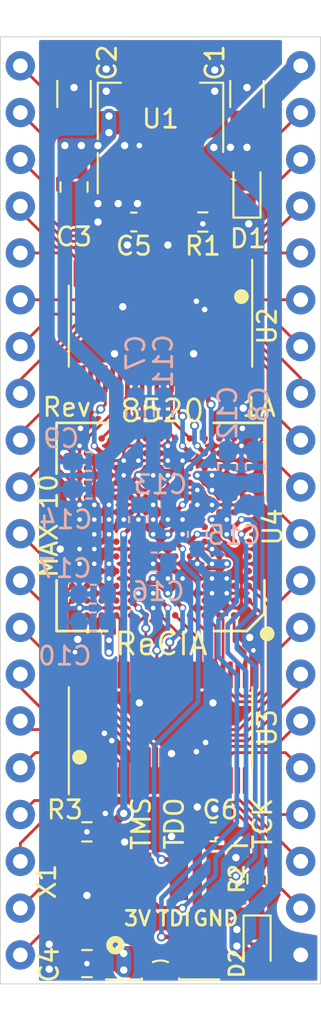
<source format=kicad_pcb>
(kicad_pcb (version 20171130) (host pcbnew "(5.1.12-1-10_14)")
  (layers (0 F.Cu signal) (1 GND power) (2 3V3 power) (31 B.Cu signal) (34 B.Paste user) (35 F.Paste user) (36 B.SilkS user) (37 F.SilkS user) (38 B.Mask user) (39 F.Mask user) (44 Edge.Cuts user))
  (net 0 "")
  (net 1 VCC)
  (net 2 GND)
  (net 3 A0)
  (net 4 A1)
  (net 5 PB7)
  (net 6 A2)
  (net 7 PB6)
  (net 8 A3)
  (net 9 PB5)
  (net 10 RESET)
  (net 11 PB4)
  (net 12 D0)
  (net 13 PB3)
  (net 14 D1)
  (net 15 PB2)
  (net 16 D2)
  (net 17 PB1)
  (net 18 D3)
  (net 19 PB0)
  (net 20 D4)
  (net 21 PA7)
  (net 22 D5)
  (net 23 PA6)
  (net 24 D6)
  (net 25 PA5)
  (net 26 D7)
  (net 27 PA4)
  (net 28 E-CLK)
  (net 29 PA3)
  (net 30 PA2)
  (net 31 PA1)
  (net 32 PA0)
  (net 33 CNT)
  (net 34 SP)
  (net 35 TOD)
  (net 36 PC)
  (net 37 FLAG)
  (net 38 CS)
  (net 39 RW)
  (net 40 IRQ)
  (net 41 3V3)
  (net 42 TMS)
  (net 43 TCK)
  (net 44 TDI)
  (net 45 TDO)
  (net 46 "Net-(U3-Pad1)")
  (net 47 IRQ_3V3)
  (net 48 RW_3V3)
  (net 49 CS_3V3)
  (net 50 D6_3V3)
  (net 51 D7_3V3)
  (net 52 FLAG_3V3)
  (net 53 E-CLK_3V3)
  (net 54 /4V3_U3)
  (net 55 D3_3V3)
  (net 56 D4_3V3)
  (net 57 D5_3V3)
  (net 58 PB1_3V3)
  (net 59 PB2_3V3)
  (net 60 PB3_3V3)
  (net 61 PB4_3V3)
  (net 62 PB5_3V3)
  (net 63 PB6_3V3)
  (net 64 PB7_3V3)
  (net 65 PC_3V3)
  (net 66 TOD_3V3)
  (net 67 PB0_3V3)
  (net 68 /4V3_U2)
  (net 69 "Net-(U2-Pad1)")
  (net 70 "Net-(U3-Pad35)")
  (net 71 "Net-(U3-Pad34)")
  (net 72 "Net-(U4-PadD1)")
  (net 73 "Net-(U4-PadE1)")
  (net 74 "Net-(U4-PadF1)")
  (net 75 "Net-(U4-PadH1)")
  (net 76 "Net-(U4-PadJ1)")
  (net 77 "Net-(U4-PadK1)")
  (net 78 "Net-(U4-PadL1)")
  (net 79 "Net-(U4-PadB2)")
  (net 80 "Net-(U4-PadC2)")
  (net 81 "Net-(U4-PadH2)")
  (net 82 "Net-(U4-PadJ2)")
  (net 83 "Net-(U4-PadK2)")
  (net 84 "Net-(U4-PadL2)")
  (net 85 "Net-(U4-PadM2)")
  (net 86 "Net-(U4-PadB3)")
  (net 87 "Net-(U4-PadE3)")
  (net 88 "Net-(U4-PadH3)")
  (net 89 "Net-(U4-PadL3)")
  (net 90 "Net-(U4-PadM3)")
  (net 91 "Net-(U4-PadB4)")
  (net 92 "Net-(U4-PadC4)")
  (net 93 "Net-(U4-PadE4)")
  (net 94 "Net-(U4-PadF4)")
  (net 95 "Net-(U4-PadG4)")
  (net 96 "Net-(U4-PadH4)")
  (net 97 "Net-(U4-PadL4)")
  (net 98 "Net-(U4-PadB5)")
  (net 99 "Net-(U4-PadC5)")
  (net 100 "Net-(U4-PadE5)")
  (net 101 "Net-(U4-PadH5)")
  (net 102 "Net-(U4-PadJ5)")
  (net 103 "Net-(U4-PadK5)")
  (net 104 "Net-(U4-PadL5)")
  (net 105 "Net-(U4-PadD6)")
  (net 106 "Net-(U4-PadE6)")
  (net 107 "Net-(U4-PadJ6)")
  (net 108 "Net-(U4-PadK6)")
  (net 109 "Net-(U4-PadE7)")
  (net 110 "Net-(U4-PadJ7)")
  (net 111 "Net-(U4-PadK7)")
  (net 112 "Net-(U4-PadM7)")
  (net 113 "Net-(U4-PadD8)")
  (net 114 "Net-(U4-PadE8)")
  (net 115 "Net-(U4-PadF8)")
  (net 116 "Net-(U4-PadH8)")
  (net 117 "Net-(U4-PadJ8)")
  (net 118 "Net-(U4-PadK8)")
  (net 119 "Net-(U4-PadM8)")
  (net 120 "Net-(U4-PadC9)")
  (net 121 "Net-(U4-PadD9)")
  (net 122 "Net-(U4-PadE9)")
  (net 123 "Net-(U4-PadF9)")
  (net 124 "Net-(U4-PadH9)")
  (net 125 "Net-(U4-PadJ9)")
  (net 126 "Net-(U4-PadM9)")
  (net 127 "Net-(U4-PadB10)")
  (net 128 "Net-(U4-PadC10)")
  (net 129 "Net-(U4-PadF10)")
  (net 130 "Net-(U4-PadH10)")
  (net 131 "Net-(U4-PadJ10)")
  (net 132 "Net-(U4-PadK10)")
  (net 133 "Net-(U4-PadL10)")
  (net 134 "Net-(U4-PadM10)")
  (net 135 "Net-(U4-PadB11)")
  (net 136 "Net-(U4-PadC11)")
  (net 137 "Net-(U4-PadD11)")
  (net 138 "Net-(U4-PadK11)")
  (net 139 "Net-(U4-PadL11)")
  (net 140 "Net-(U4-PadB12)")
  (net 141 "Net-(U4-PadC12)")
  (net 142 "Net-(U4-PadD12)")
  (net 143 "Net-(U4-PadE12)")
  (net 144 "Net-(U4-PadF12)")
  (net 145 "Net-(U4-PadG12)")
  (net 146 "Net-(U4-PadJ12)")
  (net 147 "Net-(U4-PadK12)")
  (net 148 "Net-(U4-PadL12)")
  (net 149 "Net-(U4-PadM12)")
  (net 150 "Net-(U4-PadD13)")
  (net 151 "Net-(U4-PadE10)")
  (net 152 "Net-(U4-PadJ13)")
  (net 153 "Net-(U4-PadG13)")
  (net 154 "Net-(U4-PadH13)")
  (net 155 "Net-(R3-Pad1)")
  (net 156 A1_3V3)
  (net 157 A0_3V3)
  (net 158 SP_3V3)
  (net 159 CNT_3V3)
  (net 160 A2_3V3)
  (net 161 A3_3V3)
  (net 162 RESET_3V3)
  (net 163 D0_3V3)
  (net 164 D1_3V3)
  (net 165 D2_3V3)
  (net 166 PA7_3V3)
  (net 167 PA6_3V3)
  (net 168 PA5_3V3)
  (net 169 PA4_3V3)
  (net 170 PA3_3V3)
  (net 171 PA0_3V3)
  (net 172 PA1_3V3)
  (net 173 PA2_3V3)
  (net 174 XTAL_CLK)
  (module Capacitor_SMD:C_0603_1608Metric (layer B.Cu) (at 128.35 89.05 180)
    (fp_text reference C10 (at 1.55 -1.85) (layer B.SilkS) (effects (justify mirror)))
    (fp_text value 0.1uF hide)
    (pad 2 smd roundrect (at 0.775 0 180) (size 0.9 0.95) (layers B.Cu B.Paste B.Mask) (net 2 GND))
    (pad 1 smd roundrect (at -0.775 0 180) (size 0.9 0.95) (layers B.Cu B.Paste B.Mask) (net 41 3V3))
  )
  (module Capacitor_SMD:C_0603_1608Metric (layer B.Cu) (at 128.35 87.55 180)
    (fp_text reference C17 (at 1.55 1.4) (layer B.SilkS) (effects (justify mirror)))
    (fp_text value 0.01uF hide)
    (pad 2 smd roundrect (at 0.775 0 180) (size 0.9 0.95) (layers B.Cu B.Paste B.Mask) (net 2 GND))
    (pad 1 smd roundrect (at -0.775 0 180) (size 0.9 0.95) (layers B.Cu B.Paste B.Mask) (net 41 3V3))
  )
  (module Capacitor_SMD:C_0603_1608Metric (layer B.Cu) (at 131.65 85.8 180)
    (fp_text reference C16 (at -0.2 -1.6) (layer B.SilkS) (effects (justify mirror)))
    (fp_text value 0.01uF hide)
    (pad 2 smd roundrect (at 0.775 0 180) (size 0.9 0.95) (layers B.Cu B.Paste B.Mask) (net 2 GND))
    (pad 1 smd roundrect (at -0.775 0 180) (size 0.9 0.95) (layers B.Cu B.Paste B.Mask) (net 41 3V3))
  )
  (module Capacitor_SMD:C_0603_1608Metric_Pad1.08x0.95mm_HandSolder (layer B.Cu) (at 130.8 83.5 270)
    (fp_text reference C13 (at -1.9 -1.2) (layer B.SilkS) (effects (justify mirror)))
    (fp_text value 0.01uF hide)
    (pad 2 smd roundrect (at 0.8 0 270) (size 0.9 0.8) (layers B.Cu B.Paste B.Mask) (net 2 GND))
    (pad 1 smd roundrect (at -0.8 0 270) (size 0.9 0.8) (layers B.Cu B.Paste B.Mask) (net 41 3V3))
  )
  (module Capacitor_SMD:C_0603_1608Metric_Pad1.08x0.95mm_HandSolder (layer B.Cu) (at 134 84.3 90)
    (fp_text reference C15 (at -0.05 2 180) (layer B.SilkS) (effects (justify mirror)))
    (fp_text value 0.01uF hide)
    (pad 2 smd roundrect (at 0.8 0 90) (size 0.9 0.8) (layers B.Cu B.Paste B.Mask) (net 2 GND))
    (pad 1 smd roundrect (at -0.8 0 90) (size 0.9 0.8) (layers B.Cu B.Paste B.Mask) (net 41 3V3))
  )
  (module Capacitor_SMD:C_0603_1608Metric_Pad1.08x0.95mm_HandSolder (layer B.Cu) (at 137.15 80.65 90)
    (fp_text reference C8 (at 3.4 0.2 90) (layer B.SilkS) (effects (justify mirror)))
    (fp_text value 0.1uF hide)
    (pad 2 smd roundrect (at 0.8625 0 90) (size 1.075 0.95) (layers B.Cu B.Paste B.Mask) (net 2 GND))
    (pad 1 smd roundrect (at -0.8625 0 90) (size 1.075 0.95) (layers B.Cu B.Paste B.Mask) (net 41 3V3))
  )
  (module Capacitor_SMD:C_0603_1608Metric_Pad1.08x0.95mm_HandSolder (layer B.Cu) (at 135.65 80.65 90)
    (fp_text reference C12 (at 2.95 0 90) (layer B.SilkS) (effects (justify mirror)))
    (fp_text value 0.01uF hide)
    (pad 2 smd roundrect (at 0.8625 0 90) (size 1.075 0.95) (layers B.Cu B.Paste B.Mask) (net 2 GND))
    (pad 1 smd roundrect (at -0.8625 0 90) (size 1.075 0.95) (layers B.Cu B.Paste B.Mask) (net 41 3V3))
  )
  (module Capacitor_SMD:C_0603_1608Metric_Pad1.08x0.95mm_HandSolder (layer B.Cu) (at 130.65 77.75 90)
    (fp_text reference C7 (at 3.3 0 270) (layer B.SilkS) (effects (justify mirror)))
    (fp_text value 0.1uF hide)
    (pad 2 smd roundrect (at 0.8625 0 90) (size 1.075 0.95) (layers B.Cu B.Paste B.Mask) (net 2 GND))
    (pad 1 smd roundrect (at -0.8625 0 90) (size 1.075 0.95) (layers B.Cu B.Paste B.Mask) (net 41 3V3))
  )
  (module Capacitor_SMD:C_0603_1608Metric_Pad1.08x0.95mm_HandSolder (layer B.Cu) (at 132.15 77.75 90)
    (fp_text reference C11 (at 2.85 0 270) (layer B.SilkS) (effects (justify mirror)))
    (fp_text value 0.01uF hide)
    (pad 2 smd roundrect (at 0.8625 0 90) (size 1.075 0.95) (layers B.Cu B.Paste B.Mask) (net 2 GND))
    (pad 1 smd roundrect (at -0.8625 0 90) (size 1.075 0.95) (layers B.Cu B.Paste B.Mask) (net 41 3V3))
  )
  (module Capacitor_SMD:C_0603_1608Metric_Pad1.08x0.95mm_HandSolder (layer B.Cu) (at 128.1 81.85 180)
    (fp_text reference C14 (at 1.25 -1.65) (layer B.SilkS) (effects (justify mirror)))
    (fp_text value 0.01uF hide)
    (pad 2 smd roundrect (at 0.8625 0 180) (size 1.075 0.95) (layers B.Cu B.Paste B.Mask) (net 2 GND))
    (pad 1 smd roundrect (at -0.8625 0 180) (size 1.075 0.95) (layers B.Cu B.Paste B.Mask) (net 41 3V3))
  )
  (module Capacitor_SMD:C_0603_1608Metric_Pad1.08x0.95mm_HandSolder (layer B.Cu) (at 128.1 80.35 180)
    (fp_text reference C9 (at 1.5 1.25 180) (layer B.SilkS) (effects (justify mirror)))
    (fp_text value 0.1uF hide)
    (pad 2 smd roundrect (at 0.8625 0 180) (size 1.075 0.95) (layers B.Cu B.Paste B.Mask) (net 2 GND))
    (pad 1 smd roundrect (at -0.8625 0 180) (size 1.075 0.95) (layers B.Cu B.Paste B.Mask) (net 41 3V3))
  )
  (module Package_SO:TSSOP-48_4.4x9.7mm_P0.4mm (layer F.Cu) (at 132 94.8 90)
    (fp_text reference U3 (at 0 5.8 90) (layer F.SilkS))
    (fp_text value SN74CBT16210 hide)
    (pad 48 smd roundrect (at 2.8625 -4.6 90) (size 1.475 0.25) (layers F.Cu F.Paste F.Mask) (net 2 GND))
    (pad 47 smd roundrect (at 2.8625 -4.2 90) (size 1.475 0.25) (layers F.Cu F.Paste F.Mask) (net 2 GND))
    (pad 46 smd roundrect (at 2.8625 -3.8 90) (size 1.475 0.25) (layers F.Cu F.Paste F.Mask) (net 156 A1_3V3))
    (pad 45 smd roundrect (at 2.8625 -3.4 90) (size 1.475 0.25) (layers F.Cu F.Paste F.Mask) (net 157 A0_3V3))
    (pad 44 smd roundrect (at 2.8625 -3 90) (size 1.475 0.25) (layers F.Cu F.Paste F.Mask) (net 158 SP_3V3))
    (pad 43 smd roundrect (at 2.8625 -2.6 90) (size 1.475 0.25) (layers F.Cu F.Paste F.Mask) (net 159 CNT_3V3))
    (pad 42 smd roundrect (at 2.8625 -2.2 90) (size 1.475 0.25) (layers F.Cu F.Paste F.Mask) (net 160 A2_3V3))
    (pad 41 smd roundrect (at 2.8625 -1.8 90) (size 1.475 0.25) (layers F.Cu F.Paste F.Mask) (net 2 GND))
    (pad 40 smd roundrect (at 2.8625 -1.4 90) (size 1.475 0.25) (layers F.Cu F.Paste F.Mask) (net 161 A3_3V3))
    (pad 39 smd roundrect (at 2.8625 -1 90) (size 1.475 0.25) (layers F.Cu F.Paste F.Mask) (net 162 RESET_3V3))
    (pad 38 smd roundrect (at 2.8625 -0.6 90) (size 1.475 0.25) (layers F.Cu F.Paste F.Mask) (net 163 D0_3V3))
    (pad 37 smd roundrect (at 2.8625 -0.2 90) (size 1.475 0.25) (layers F.Cu F.Paste F.Mask) (net 164 D1_3V3))
    (pad 36 smd roundrect (at 2.8625 0.2 90) (size 1.475 0.25) (layers F.Cu F.Paste F.Mask) (net 165 D2_3V3))
    (pad 35 smd roundrect (at 2.8625 0.6 90) (size 1.475 0.25) (layers F.Cu F.Paste F.Mask) (net 70 "Net-(U3-Pad35)"))
    (pad 34 smd roundrect (at 2.8625 1 90) (size 1.475 0.25) (layers F.Cu F.Paste F.Mask) (net 71 "Net-(U3-Pad34)"))
    (pad 33 smd roundrect (at 2.8625 1.4 90) (size 1.475 0.25) (layers F.Cu F.Paste F.Mask) (net 166 PA7_3V3))
    (pad 32 smd roundrect (at 2.8625 1.8 90) (size 1.475 0.25) (layers F.Cu F.Paste F.Mask) (net 2 GND))
    (pad 31 smd roundrect (at 2.8625 2.2 90) (size 1.475 0.25) (layers F.Cu F.Paste F.Mask) (net 167 PA6_3V3))
    (pad 30 smd roundrect (at 2.8625 2.6 90) (size 1.475 0.25) (layers F.Cu F.Paste F.Mask) (net 168 PA5_3V3))
    (pad 29 smd roundrect (at 2.8625 3 90) (size 1.475 0.25) (layers F.Cu F.Paste F.Mask) (net 169 PA4_3V3))
    (pad 28 smd roundrect (at 2.8625 3.4 90) (size 1.475 0.25) (layers F.Cu F.Paste F.Mask) (net 170 PA3_3V3))
    (pad 27 smd roundrect (at 2.8625 3.8 90) (size 1.475 0.25) (layers F.Cu F.Paste F.Mask) (net 171 PA0_3V3))
    (pad 26 smd roundrect (at 2.8625 4.2 90) (size 1.475 0.25) (layers F.Cu F.Paste F.Mask) (net 172 PA1_3V3))
    (pad 25 smd roundrect (at 2.8625 4.6 90) (size 1.475 0.25) (layers F.Cu F.Paste F.Mask) (net 173 PA2_3V3))
    (pad 24 smd roundrect (at -2.8625 4.6 90) (size 1.475 0.25) (layers F.Cu F.Paste F.Mask) (net 30 PA2))
    (pad 23 smd roundrect (at -2.8625 4.2 90) (size 1.475 0.25) (layers F.Cu F.Paste F.Mask) (net 31 PA1))
    (pad 22 smd roundrect (at -2.8625 3.8 90) (size 1.475 0.25) (layers F.Cu F.Paste F.Mask) (net 32 PA0))
    (pad 21 smd roundrect (at -2.8625 3.4 90) (size 1.475 0.25) (layers F.Cu F.Paste F.Mask) (net 29 PA3))
    (pad 20 smd roundrect (at -2.8625 3 90) (size 1.475 0.25) (layers F.Cu F.Paste F.Mask) (net 27 PA4))
    (pad 19 smd roundrect (at -2.8625 2.6 90) (size 1.475 0.25) (layers F.Cu F.Paste F.Mask) (net 25 PA5))
    (pad 18 smd roundrect (at -2.8625 2.2 90) (size 1.475 0.25) (layers F.Cu F.Paste F.Mask) (net 23 PA6))
    (pad 17 smd roundrect (at -2.8625 1.8 90) (size 1.475 0.25) (layers F.Cu F.Paste F.Mask) (net 2 GND))
    (pad 16 smd roundrect (at -2.8625 1.4 90) (size 1.475 0.25) (layers F.Cu F.Paste F.Mask) (net 21 PA7))
    (pad 15 smd roundrect (at -2.8625 1 90) (size 1.475 0.25) (layers F.Cu F.Paste F.Mask) (net 54 /4V3_U3))
    (pad 14 smd roundrect (at -2.8625 0.6 90) (size 1.475 0.25) (layers F.Cu F.Paste F.Mask) (net 2 GND))
    (pad 13 smd roundrect (at -2.8625 0.2 90) (size 1.475 0.25) (layers F.Cu F.Paste F.Mask) (net 2 GND))
    (pad 12 smd roundrect (at -2.8625 -0.2 90) (size 1.475 0.25) (layers F.Cu F.Paste F.Mask) (net 16 D2))
    (pad 11 smd roundrect (at -2.8625 -0.6 90) (size 1.475 0.25) (layers F.Cu F.Paste F.Mask) (net 14 D1))
    (pad 10 smd roundrect (at -2.8625 -1 90) (size 1.475 0.25) (layers F.Cu F.Paste F.Mask) (net 12 D0))
    (pad 9 smd roundrect (at -2.8625 -1.4 90) (size 1.475 0.25) (layers F.Cu F.Paste F.Mask) (net 10 RESET))
    (pad 8 smd roundrect (at -2.8625 -1.8 90) (size 1.475 0.25) (layers F.Cu F.Paste F.Mask) (net 2 GND))
    (pad 7 smd roundrect (at -2.8625 -2.2 90) (size 1.475 0.25) (layers F.Cu F.Paste F.Mask) (net 8 A3))
    (pad 6 smd roundrect (at -2.8625 -2.6 90) (size 1.475 0.25) (layers F.Cu F.Paste F.Mask) (net 6 A2))
    (pad 5 smd roundrect (at -2.8625 -3 90) (size 1.475 0.25) (layers F.Cu F.Paste F.Mask) (net 33 CNT))
    (pad 4 smd roundrect (at -2.8625 -3.4 90) (size 1.475 0.25) (layers F.Cu F.Paste F.Mask) (net 34 SP))
    (pad 3 smd roundrect (at -2.8625 -3.8 90) (size 1.475 0.25) (layers F.Cu F.Paste F.Mask) (net 3 A0))
    (pad 2 smd roundrect (at -2.8625 -4.2 90) (size 1.475 0.25) (layers F.Cu F.Paste F.Mask) (net 4 A1))
    (pad 1 smd roundrect (at -2.8625 -4.6 90) (size 1.475 0.25) (layers F.Cu F.Paste F.Mask) (net 46 "Net-(U3-Pad1)"))
  )
  (module Package_SO:TSSOP-48_4.4x9.7mm_P0.4mm (layer F.Cu) (at 132 73 270)
    (fp_text reference U2 (at 0 -5.8 270) (layer F.SilkS))
    (fp_text value SN74CBT16210 hide)
    (pad 48 smd roundrect (at 2.8625 -4.6 270) (size 1.475 0.25) (layers F.Cu F.Paste F.Mask) (net 2 GND))
    (pad 47 smd roundrect (at 2.8625 -4.2 270) (size 1.475 0.25) (layers F.Cu F.Paste F.Mask) (net 2 GND))
    (pad 46 smd roundrect (at 2.8625 -3.8 270) (size 1.475 0.25) (layers F.Cu F.Paste F.Mask) (net 63 PB6_3V3))
    (pad 45 smd roundrect (at 2.8625 -3.4 270) (size 1.475 0.25) (layers F.Cu F.Paste F.Mask) (net 64 PB7_3V3))
    (pad 44 smd roundrect (at 2.8625 -3 270) (size 1.475 0.25) (layers F.Cu F.Paste F.Mask) (net 65 PC_3V3))
    (pad 43 smd roundrect (at 2.8625 -2.6 270) (size 1.475 0.25) (layers F.Cu F.Paste F.Mask) (net 66 TOD_3V3))
    (pad 42 smd roundrect (at 2.8625 -2.2 270) (size 1.475 0.25) (layers F.Cu F.Paste F.Mask) (net 62 PB5_3V3))
    (pad 41 smd roundrect (at 2.8625 -1.8 270) (size 1.475 0.25) (layers F.Cu F.Paste F.Mask) (net 2 GND))
    (pad 40 smd roundrect (at 2.8625 -1.4 270) (size 1.475 0.25) (layers F.Cu F.Paste F.Mask) (net 61 PB4_3V3))
    (pad 39 smd roundrect (at 2.8625 -1 270) (size 1.475 0.25) (layers F.Cu F.Paste F.Mask) (net 60 PB3_3V3))
    (pad 38 smd roundrect (at 2.8625 -0.6 270) (size 1.475 0.25) (layers F.Cu F.Paste F.Mask) (net 59 PB2_3V3))
    (pad 37 smd roundrect (at 2.8625 -0.2 270) (size 1.475 0.25) (layers F.Cu F.Paste F.Mask) (net 58 PB1_3V3))
    (pad 36 smd roundrect (at 2.8625 0.2 270) (size 1.475 0.25) (layers F.Cu F.Paste F.Mask) (net 67 PB0_3V3))
    (pad 35 smd roundrect (at 2.8625 0.6 270) (size 1.475 0.25) (layers F.Cu F.Paste F.Mask) (net 55 D3_3V3))
    (pad 34 smd roundrect (at 2.8625 1 270) (size 1.475 0.25) (layers F.Cu F.Paste F.Mask) (net 56 D4_3V3))
    (pad 33 smd roundrect (at 2.8625 1.4 270) (size 1.475 0.25) (layers F.Cu F.Paste F.Mask) (net 57 D5_3V3))
    (pad 32 smd roundrect (at 2.8625 1.8 270) (size 1.475 0.25) (layers F.Cu F.Paste F.Mask) (net 2 GND))
    (pad 31 smd roundrect (at 2.8625 2.2 270) (size 1.475 0.25) (layers F.Cu F.Paste F.Mask) (net 50 D6_3V3))
    (pad 30 smd roundrect (at 2.8625 2.6 270) (size 1.475 0.25) (layers F.Cu F.Paste F.Mask) (net 51 D7_3V3))
    (pad 29 smd roundrect (at 2.8625 3 270) (size 1.475 0.25) (layers F.Cu F.Paste F.Mask) (net 47 IRQ_3V3))
    (pad 28 smd roundrect (at 2.8625 3.4 270) (size 1.475 0.25) (layers F.Cu F.Paste F.Mask) (net 48 RW_3V3))
    (pad 27 smd roundrect (at 2.8625 3.8 270) (size 1.475 0.25) (layers F.Cu F.Paste F.Mask) (net 49 CS_3V3))
    (pad 26 smd roundrect (at 2.8625 4.2 270) (size 1.475 0.25) (layers F.Cu F.Paste F.Mask) (net 52 FLAG_3V3))
    (pad 25 smd roundrect (at 2.8625 4.6 270) (size 1.475 0.25) (layers F.Cu F.Paste F.Mask) (net 53 E-CLK_3V3))
    (pad 24 smd roundrect (at -2.8625 4.6 270) (size 1.475 0.25) (layers F.Cu F.Paste F.Mask) (net 28 E-CLK))
    (pad 23 smd roundrect (at -2.8625 4.2 270) (size 1.475 0.25) (layers F.Cu F.Paste F.Mask) (net 37 FLAG))
    (pad 22 smd roundrect (at -2.8625 3.8 270) (size 1.475 0.25) (layers F.Cu F.Paste F.Mask) (net 38 CS))
    (pad 21 smd roundrect (at -2.8625 3.4 270) (size 1.475 0.25) (layers F.Cu F.Paste F.Mask) (net 39 RW))
    (pad 20 smd roundrect (at -2.8625 3 270) (size 1.475 0.25) (layers F.Cu F.Paste F.Mask) (net 40 IRQ))
    (pad 19 smd roundrect (at -2.8625 2.6 270) (size 1.475 0.25) (layers F.Cu F.Paste F.Mask) (net 26 D7))
    (pad 18 smd roundrect (at -2.8625 2.2 270) (size 1.475 0.25) (layers F.Cu F.Paste F.Mask) (net 24 D6))
    (pad 17 smd roundrect (at -2.8625 1.8 270) (size 1.475 0.25) (layers F.Cu F.Paste F.Mask) (net 2 GND))
    (pad 16 smd roundrect (at -2.8625 1.4 270) (size 1.475 0.25) (layers F.Cu F.Paste F.Mask) (net 22 D5))
    (pad 15 smd roundrect (at -2.8625 1 270) (size 1.475 0.25) (layers F.Cu F.Paste F.Mask) (net 68 /4V3_U2))
    (pad 14 smd roundrect (at -2.8625 0.6 270) (size 1.475 0.25) (layers F.Cu F.Paste F.Mask) (net 20 D4))
    (pad 13 smd roundrect (at -2.8625 0.2 270) (size 1.475 0.25) (layers F.Cu F.Paste F.Mask) (net 18 D3))
    (pad 12 smd roundrect (at -2.8625 -0.2 270) (size 1.475 0.25) (layers F.Cu F.Paste F.Mask) (net 19 PB0))
    (pad 11 smd roundrect (at -2.8625 -0.6 270) (size 1.475 0.25) (layers F.Cu F.Paste F.Mask) (net 17 PB1))
    (pad 10 smd roundrect (at -2.8625 -1 270) (size 1.475 0.25) (layers F.Cu F.Paste F.Mask) (net 15 PB2))
    (pad 9 smd roundrect (at -2.8625 -1.4 270) (size 1.475 0.25) (layers F.Cu F.Paste F.Mask) (net 13 PB3))
    (pad 8 smd roundrect (at -2.8625 -1.8 270) (size 1.475 0.25) (layers F.Cu F.Paste F.Mask) (net 2 GND))
    (pad 7 smd roundrect (at -2.8625 -2.2 270) (size 1.475 0.25) (layers F.Cu F.Paste F.Mask) (net 11 PB4))
    (pad 6 smd roundrect (at -2.8625 -2.6 270) (size 1.475 0.25) (layers F.Cu F.Paste F.Mask) (net 9 PB5))
    (pad 5 smd roundrect (at -2.8625 -3 270) (size 1.475 0.25) (layers F.Cu F.Paste F.Mask) (net 35 TOD))
    (pad 4 smd roundrect (at -2.8625 -3.4 270) (size 1.475 0.25) (layers F.Cu F.Paste F.Mask) (net 36 PC))
    (pad 3 smd roundrect (at -2.8625 -3.8 270) (size 1.475 0.25) (layers F.Cu F.Paste F.Mask) (net 5 PB7))
    (pad 2 smd roundrect (at -2.8625 -4.2 270) (size 1.475 0.25) (layers F.Cu F.Paste F.Mask) (net 7 PB6))
    (pad 1 smd roundrect (at -2.8625 -4.6 270) (size 1.475 0.25) (layers F.Cu F.Paste F.Mask) (net 69 "Net-(U2-Pad1)"))
  )
  (module ReCIA:BGA-169_11.0x11.0mm_Layout13x13_P0.8mm_Ball0.5mm_Pad0.35mm_NSMD (layer F.Cu) (at 132 83.9 180)
    (fp_text reference U4 (at -6.1 0 270) (layer F.SilkS))
    (fp_text value 10M02SCU169 hide)
    (pad A1 smd circle (at -4.8 -4.8 180) (size 0.35 0.35) (layers F.Cu F.Paste F.Mask) (net 2 GND))
    (pad B1 smd circle (at -4.8 -4 180) (size 0.35 0.35) (layers F.Cu F.Paste F.Mask) (net 172 PA1_3V3))
    (pad C1 smd circle (at -4.8 -3.2 180) (size 0.35 0.35) (layers F.Cu F.Paste F.Mask) (net 171 PA0_3V3))
    (pad D1 smd circle (at -4.8 -2.4 180) (size 0.35 0.35) (layers F.Cu F.Paste F.Mask) (net 72 "Net-(U4-PadD1)"))
    (pad E1 smd circle (at -4.8 -1.6 180) (size 0.35 0.35) (layers F.Cu F.Paste F.Mask) (net 73 "Net-(U4-PadE1)"))
    (pad F1 smd circle (at -4.8 -0.8 180) (size 0.35 0.35) (layers F.Cu F.Paste F.Mask) (net 74 "Net-(U4-PadF1)"))
    (pad G1 smd circle (at -4.8 0 180) (size 0.35 0.35) (layers F.Cu F.Paste F.Mask) (net 42 TMS))
    (pad H1 smd circle (at -4.8 0.8 180) (size 0.35 0.35) (layers F.Cu F.Paste F.Mask) (net 75 "Net-(U4-PadH1)"))
    (pad J1 smd circle (at -4.8 1.6 180) (size 0.35 0.35) (layers F.Cu F.Paste F.Mask) (net 76 "Net-(U4-PadJ1)"))
    (pad K1 smd circle (at -4.8 2.4 180) (size 0.35 0.35) (layers F.Cu F.Paste F.Mask) (net 77 "Net-(U4-PadK1)"))
    (pad L1 smd circle (at -4.8 3.2 180) (size 0.35 0.35) (layers F.Cu F.Paste F.Mask) (net 78 "Net-(U4-PadL1)"))
    (pad M1 smd circle (at -4.8 4 180) (size 0.35 0.35) (layers F.Cu F.Paste F.Mask) (net 65 PC_3V3))
    (pad N1 smd circle (at -4.8 4.8 180) (size 0.35 0.35) (layers F.Cu F.Paste F.Mask) (net 2 GND))
    (pad A2 smd circle (at -4 -4.8 180) (size 0.35 0.35) (layers F.Cu F.Paste F.Mask) (net 173 PA2_3V3))
    (pad B2 smd circle (at -4 -4 180) (size 0.35 0.35) (layers F.Cu F.Paste F.Mask) (net 79 "Net-(U4-PadB2)"))
    (pad C2 smd circle (at -4 -3.2 180) (size 0.35 0.35) (layers F.Cu F.Paste F.Mask) (net 80 "Net-(U4-PadC2)"))
    (pad D2 smd circle (at -4 -2.4 180) (size 0.35 0.35) (layers F.Cu F.Paste F.Mask) (net 2 GND))
    (pad E2 smd circle (at -4 -1.6 180) (size 0.35 0.35) (layers F.Cu F.Paste F.Mask) (net 2 GND))
    (pad F2 smd circle (at -4 -0.8 180) (size 0.35 0.35) (layers F.Cu F.Paste F.Mask) (net 41 3V3))
    (pad G2 smd circle (at -4 0 180) (size 0.35 0.35) (layers F.Cu F.Paste F.Mask) (net 43 TCK))
    (pad H2 smd circle (at -4 0.8 180) (size 0.35 0.35) (layers F.Cu F.Paste F.Mask) (net 81 "Net-(U4-PadH2)"))
    (pad J2 smd circle (at -4 1.6 180) (size 0.35 0.35) (layers F.Cu F.Paste F.Mask) (net 82 "Net-(U4-PadJ2)"))
    (pad K2 smd circle (at -4 2.4 180) (size 0.35 0.35) (layers F.Cu F.Paste F.Mask) (net 83 "Net-(U4-PadK2)"))
    (pad L2 smd circle (at -4 3.2 180) (size 0.35 0.35) (layers F.Cu F.Paste F.Mask) (net 84 "Net-(U4-PadL2)"))
    (pad M2 smd circle (at -4 4 180) (size 0.35 0.35) (layers F.Cu F.Paste F.Mask) (net 85 "Net-(U4-PadM2)"))
    (pad N2 smd circle (at -4 4.8 180) (size 0.35 0.35) (layers F.Cu F.Paste F.Mask) (net 63 PB6_3V3))
    (pad A3 smd circle (at -3.2 -4.8 180) (size 0.35 0.35) (layers F.Cu F.Paste F.Mask) (net 170 PA3_3V3))
    (pad B3 smd circle (at -3.2 -4 180) (size 0.35 0.35) (layers F.Cu F.Paste F.Mask) (net 86 "Net-(U4-PadB3)"))
    (pad C3 smd circle (at -3.2 -3.2 180) (size 0.35 0.35) (layers F.Cu F.Paste F.Mask) (net 2 GND))
    (pad D3 smd circle (at -3.2 -2.4 180) (size 0.35 0.35) (layers F.Cu F.Paste F.Mask) (net 41 3V3))
    (pad E3 smd circle (at -3.2 -1.6 180) (size 0.35 0.35) (layers F.Cu F.Paste F.Mask) (net 87 "Net-(U4-PadE3)"))
    (pad F3 smd circle (at -3.2 -0.8 180) (size 0.35 0.35) (layers F.Cu F.Paste F.Mask) (net 2 GND))
    (pad G3 smd circle (at -3.2 0 180) (size 0.35 0.35) (layers F.Cu F.Paste F.Mask) (net 41 3V3))
    (pad H3 smd circle (at -3.2 0.8 180) (size 0.35 0.35) (layers F.Cu F.Paste F.Mask) (net 88 "Net-(U4-PadH3)"))
    (pad J3 smd circle (at -3.2 1.6 180) (size 0.35 0.35) (layers F.Cu F.Paste F.Mask) (net 41 3V3))
    (pad K3 smd circle (at -3.2 2.4 180) (size 0.35 0.35) (layers F.Cu F.Paste F.Mask) (net 41 3V3))
    (pad L3 smd circle (at -3.2 3.2 180) (size 0.35 0.35) (layers F.Cu F.Paste F.Mask) (net 89 "Net-(U4-PadL3)"))
    (pad M3 smd circle (at -3.2 4 180) (size 0.35 0.35) (layers F.Cu F.Paste F.Mask) (net 90 "Net-(U4-PadM3)"))
    (pad N3 smd circle (at -3.2 4.8 180) (size 0.35 0.35) (layers F.Cu F.Paste F.Mask) (net 64 PB7_3V3))
    (pad A4 smd circle (at -2.4 -4.8 180) (size 0.35 0.35) (layers F.Cu F.Paste F.Mask) (net 169 PA4_3V3))
    (pad B4 smd circle (at -2.4 -4 180) (size 0.35 0.35) (layers F.Cu F.Paste F.Mask) (net 91 "Net-(U4-PadB4)"))
    (pad C4 smd circle (at -2.4 -3.2 180) (size 0.35 0.35) (layers F.Cu F.Paste F.Mask) (net 92 "Net-(U4-PadC4)"))
    (pad D4 smd circle (at -2.4 -2.4 180) (size 0.35 0.35) (layers F.Cu F.Paste F.Mask) (net 41 3V3))
    (pad E4 smd circle (at -2.4 -1.6 180) (size 0.35 0.35) (layers F.Cu F.Paste F.Mask) (net 93 "Net-(U4-PadE4)"))
    (pad F4 smd circle (at -2.4 -0.8 180) (size 0.35 0.35) (layers F.Cu F.Paste F.Mask) (net 94 "Net-(U4-PadF4)"))
    (pad G4 smd circle (at -2.4 0 180) (size 0.35 0.35) (layers F.Cu F.Paste F.Mask) (net 95 "Net-(U4-PadG4)"))
    (pad H4 smd circle (at -2.4 0.8 180) (size 0.35 0.35) (layers F.Cu F.Paste F.Mask) (net 96 "Net-(U4-PadH4)"))
    (pad J4 smd circle (at -2.4 1.6 180) (size 0.35 0.35) (layers F.Cu F.Paste F.Mask) (net 2 GND))
    (pad K4 smd circle (at -2.4 2.4 180) (size 0.35 0.35) (layers F.Cu F.Paste F.Mask) (net 41 3V3))
    (pad L4 smd circle (at -2.4 3.2 180) (size 0.35 0.35) (layers F.Cu F.Paste F.Mask) (net 97 "Net-(U4-PadL4)"))
    (pad M4 smd circle (at -2.4 4 180) (size 0.35 0.35) (layers F.Cu F.Paste F.Mask) (net 61 PB4_3V3))
    (pad N4 smd circle (at -2.4 4.8 180) (size 0.35 0.35) (layers F.Cu F.Paste F.Mask) (net 62 PB5_3V3))
    (pad A5 smd circle (at -1.6 -4.8 180) (size 0.35 0.35) (layers F.Cu F.Paste F.Mask) (net 168 PA5_3V3))
    (pad B5 smd circle (at -1.6 -4 180) (size 0.35 0.35) (layers F.Cu F.Paste F.Mask) (net 98 "Net-(U4-PadB5)"))
    (pad C5 smd circle (at -1.6 -3.2 180) (size 0.35 0.35) (layers F.Cu F.Paste F.Mask) (net 99 "Net-(U4-PadC5)"))
    (pad D5 smd circle (at -1.6 -2.4 180) (size 0.35 0.35) (layers F.Cu F.Paste F.Mask) (net 2 GND))
    (pad E5 smd circle (at -1.6 -1.6 180) (size 0.35 0.35) (layers F.Cu F.Paste F.Mask) (net 100 "Net-(U4-PadE5)"))
    (pad F5 smd circle (at -1.6 -0.8 180) (size 0.35 0.35) (layers F.Cu F.Paste F.Mask) (net 44 TDI))
    (pad G5 smd circle (at -1.6 0 180) (size 0.35 0.35) (layers F.Cu F.Paste F.Mask) (net 2 GND))
    (pad H5 smd circle (at -1.6 0.8 180) (size 0.35 0.35) (layers F.Cu F.Paste F.Mask) (net 101 "Net-(U4-PadH5)"))
    (pad J5 smd circle (at -1.6 1.6 180) (size 0.35 0.35) (layers F.Cu F.Paste F.Mask) (net 102 "Net-(U4-PadJ5)"))
    (pad K5 smd circle (at -1.6 2.4 180) (size 0.35 0.35) (layers F.Cu F.Paste F.Mask) (net 103 "Net-(U4-PadK5)"))
    (pad L5 smd circle (at -1.6 3.2 180) (size 0.35 0.35) (layers F.Cu F.Paste F.Mask) (net 104 "Net-(U4-PadL5)"))
    (pad M5 smd circle (at -1.6 4 180) (size 0.35 0.35) (layers F.Cu F.Paste F.Mask) (net 60 PB3_3V3))
    (pad N5 smd circle (at -1.6 4.8 180) (size 0.35 0.35) (layers F.Cu F.Paste F.Mask) (net 59 PB2_3V3))
    (pad A6 smd circle (at -0.8 -4.8 180) (size 0.35 0.35) (layers F.Cu F.Paste F.Mask) (net 167 PA6_3V3))
    (pad B6 smd circle (at -0.8 -4 180) (size 0.35 0.35) (layers F.Cu F.Paste F.Mask) (net 165 D2_3V3))
    (pad C6 smd circle (at -0.8 -3.2 180) (size 0.35 0.35) (layers F.Cu F.Paste F.Mask) (net 41 3V3))
    (pad D6 smd circle (at -0.8 -2.4 180) (size 0.35 0.35) (layers F.Cu F.Paste F.Mask) (net 105 "Net-(U4-PadD6)"))
    (pad E6 smd circle (at -0.8 -1.6 180) (size 0.35 0.35) (layers F.Cu F.Paste F.Mask) (net 106 "Net-(U4-PadE6)"))
    (pad F6 smd circle (at -0.8 -0.8 180) (size 0.35 0.35) (layers F.Cu F.Paste F.Mask) (net 45 TDO))
    (pad G6 smd circle (at -0.8 0 180) (size 0.35 0.35) (layers F.Cu F.Paste F.Mask) (net 41 3V3))
    (pad H6 smd circle (at -0.8 0.8 180) (size 0.35 0.35) (layers F.Cu F.Paste F.Mask) (net 66 TOD_3V3))
    (pad J6 smd circle (at -0.8 1.6 180) (size 0.35 0.35) (layers F.Cu F.Paste F.Mask) (net 107 "Net-(U4-PadJ6)"))
    (pad K6 smd circle (at -0.8 2.4 180) (size 0.35 0.35) (layers F.Cu F.Paste F.Mask) (net 108 "Net-(U4-PadK6)"))
    (pad L6 smd circle (at -0.8 3.2 180) (size 0.35 0.35) (layers F.Cu F.Paste F.Mask) (net 41 3V3))
    (pad M6 smd circle (at -0.8 4 180) (size 0.35 0.35) (layers F.Cu F.Paste F.Mask) (net 2 GND))
    (pad N6 smd circle (at -0.8 4.8 180) (size 0.35 0.35) (layers F.Cu F.Paste F.Mask) (net 58 PB1_3V3))
    (pad A7 smd circle (at 0 -4.8 180) (size 0.35 0.35) (layers F.Cu F.Paste F.Mask) (net 166 PA7_3V3))
    (pad B7 smd circle (at 0 -4 180) (size 0.35 0.35) (layers F.Cu F.Paste F.Mask) (net 164 D1_3V3))
    (pad C7 smd circle (at 0 -3.2 180) (size 0.35 0.35) (layers F.Cu F.Paste F.Mask) (net 41 3V3))
    (pad D7 smd circle (at 0 -2.4 180) (size 0.35 0.35) (layers F.Cu F.Paste F.Mask) (net 2 GND))
    (pad E7 smd circle (at 0 -1.6 180) (size 0.35 0.35) (layers F.Cu F.Paste F.Mask) (net 109 "Net-(U4-PadE7)"))
    (pad F7 smd circle (at 0 -0.8 180) (size 0.35 0.35) (layers F.Cu F.Paste F.Mask) (net 41 3V3))
    (pad G7 smd circle (at 0 0 180) (size 0.35 0.35) (layers F.Cu F.Paste F.Mask) (net 2 GND))
    (pad H7 smd circle (at 0 0.8 180) (size 0.35 0.35) (layers F.Cu F.Paste F.Mask) (net 41 3V3))
    (pad J7 smd circle (at 0 1.6 180) (size 0.35 0.35) (layers F.Cu F.Paste F.Mask) (net 110 "Net-(U4-PadJ7)"))
    (pad K7 smd circle (at 0 2.4 180) (size 0.35 0.35) (layers F.Cu F.Paste F.Mask) (net 111 "Net-(U4-PadK7)"))
    (pad L7 smd circle (at 0 3.2 180) (size 0.35 0.35) (layers F.Cu F.Paste F.Mask) (net 41 3V3))
    (pad M7 smd circle (at 0 4 180) (size 0.35 0.35) (layers F.Cu F.Paste F.Mask) (net 112 "Net-(U4-PadM7)"))
    (pad N7 smd circle (at 0 4.8 180) (size 0.35 0.35) (layers F.Cu F.Paste F.Mask) (net 67 PB0_3V3))
    (pad A8 smd circle (at 0.8 -4.8 180) (size 0.35 0.35) (layers F.Cu F.Paste F.Mask) (net 162 RESET_3V3))
    (pad B8 smd circle (at 0.8 -4 180) (size 0.35 0.35) (layers F.Cu F.Paste F.Mask) (net 2 GND))
    (pad C8 smd circle (at 0.8 -3.2 180) (size 0.35 0.35) (layers F.Cu F.Paste F.Mask) (net 41 3V3))
    (pad D8 smd circle (at 0.8 -2.4 180) (size 0.35 0.35) (layers F.Cu F.Paste F.Mask) (net 113 "Net-(U4-PadD8)"))
    (pad E8 smd circle (at 0.8 -1.6 180) (size 0.35 0.35) (layers F.Cu F.Paste F.Mask) (net 114 "Net-(U4-PadE8)"))
    (pad F8 smd circle (at 0.8 -0.8 180) (size 0.35 0.35) (layers F.Cu F.Paste F.Mask) (net 115 "Net-(U4-PadF8)"))
    (pad G8 smd circle (at 0.8 0 180) (size 0.35 0.35) (layers F.Cu F.Paste F.Mask) (net 41 3V3))
    (pad H8 smd circle (at 0.8 0.8 180) (size 0.35 0.35) (layers F.Cu F.Paste F.Mask) (net 116 "Net-(U4-PadH8)"))
    (pad J8 smd circle (at 0.8 1.6 180) (size 0.35 0.35) (layers F.Cu F.Paste F.Mask) (net 117 "Net-(U4-PadJ8)"))
    (pad K8 smd circle (at 0.8 2.4 180) (size 0.35 0.35) (layers F.Cu F.Paste F.Mask) (net 118 "Net-(U4-PadK8)"))
    (pad L8 smd circle (at 0.8 3.2 180) (size 0.35 0.35) (layers F.Cu F.Paste F.Mask) (net 41 3V3))
    (pad M8 smd circle (at 0.8 4 180) (size 0.35 0.35) (layers F.Cu F.Paste F.Mask) (net 119 "Net-(U4-PadM8)"))
    (pad N8 smd circle (at 0.8 4.8 180) (size 0.35 0.35) (layers F.Cu F.Paste F.Mask) (net 55 D3_3V3))
    (pad A9 smd circle (at 1.6 -4.8 180) (size 0.35 0.35) (layers F.Cu F.Paste F.Mask) (net 161 A3_3V3))
    (pad B9 smd circle (at 1.6 -4 180) (size 0.35 0.35) (layers F.Cu F.Paste F.Mask) (net 163 D0_3V3))
    (pad C9 smd circle (at 1.6 -3.2 180) (size 0.35 0.35) (layers F.Cu F.Paste F.Mask) (net 120 "Net-(U4-PadC9)"))
    (pad D9 smd circle (at 1.6 -2.4 180) (size 0.35 0.35) (layers F.Cu F.Paste F.Mask) (net 121 "Net-(U4-PadD9)"))
    (pad E9 smd circle (at 1.6 -1.6 180) (size 0.35 0.35) (layers F.Cu F.Paste F.Mask) (net 122 "Net-(U4-PadE9)"))
    (pad F9 smd circle (at 1.6 -0.8 180) (size 0.35 0.35) (layers F.Cu F.Paste F.Mask) (net 123 "Net-(U4-PadF9)"))
    (pad G9 smd circle (at 1.6 0 180) (size 0.35 0.35) (layers F.Cu F.Paste F.Mask) (net 174 XTAL_CLK))
    (pad H9 smd circle (at 1.6 0.8 180) (size 0.35 0.35) (layers F.Cu F.Paste F.Mask) (net 124 "Net-(U4-PadH9)"))
    (pad J9 smd circle (at 1.6 1.6 180) (size 0.35 0.35) (layers F.Cu F.Paste F.Mask) (net 125 "Net-(U4-PadJ9)"))
    (pad K9 smd circle (at 1.6 2.4 180) (size 0.35 0.35) (layers F.Cu F.Paste F.Mask) (net 41 3V3))
    (pad L9 smd circle (at 1.6 3.2 180) (size 0.35 0.35) (layers F.Cu F.Paste F.Mask) (net 2 GND))
    (pad M9 smd circle (at 1.6 4 180) (size 0.35 0.35) (layers F.Cu F.Paste F.Mask) (net 126 "Net-(U4-PadM9)"))
    (pad N9 smd circle (at 1.6 4.8 180) (size 0.35 0.35) (layers F.Cu F.Paste F.Mask) (net 56 D4_3V3))
    (pad A10 smd circle (at 2.4 -4.8 180) (size 0.35 0.35) (layers F.Cu F.Paste F.Mask) (net 160 A2_3V3))
    (pad B10 smd circle (at 2.4 -4 180) (size 0.35 0.35) (layers F.Cu F.Paste F.Mask) (net 127 "Net-(U4-PadB10)"))
    (pad C10 smd circle (at 2.4 -3.2 180) (size 0.35 0.35) (layers F.Cu F.Paste F.Mask) (net 128 "Net-(U4-PadC10)"))
    (pad D10 smd circle (at 2.4 -2.4 180) (size 0.35 0.35) (layers F.Cu F.Paste F.Mask) (net 41 3V3))
    (pad E10 smd circle (at 2.4 -1.6 180) (size 0.35 0.35) (layers F.Cu F.Paste F.Mask) (net 151 "Net-(U4-PadE10)"))
    (pad F10 smd circle (at 2.4 -0.8 180) (size 0.35 0.35) (layers F.Cu F.Paste F.Mask) (net 129 "Net-(U4-PadF10)"))
    (pad G10 smd circle (at 2.4 0 180) (size 0.35 0.35) (layers F.Cu F.Paste F.Mask) (net 2 GND))
    (pad H10 smd circle (at 2.4 0.8 180) (size 0.35 0.35) (layers F.Cu F.Paste F.Mask) (net 130 "Net-(U4-PadH10)"))
    (pad J10 smd circle (at 2.4 1.6 180) (size 0.35 0.35) (layers F.Cu F.Paste F.Mask) (net 131 "Net-(U4-PadJ10)"))
    (pad K10 smd circle (at 2.4 2.4 180) (size 0.35 0.35) (layers F.Cu F.Paste F.Mask) (net 132 "Net-(U4-PadK10)"))
    (pad L10 smd circle (at 2.4 3.2 180) (size 0.35 0.35) (layers F.Cu F.Paste F.Mask) (net 133 "Net-(U4-PadL10)"))
    (pad M10 smd circle (at 2.4 4 180) (size 0.35 0.35) (layers F.Cu F.Paste F.Mask) (net 134 "Net-(U4-PadM10)"))
    (pad N10 smd circle (at 2.4 4.8 180) (size 0.35 0.35) (layers F.Cu F.Paste F.Mask) (net 57 D5_3V3))
    (pad A11 smd circle (at 3.2 -4.8 180) (size 0.35 0.35) (layers F.Cu F.Paste F.Mask) (net 157 A0_3V3))
    (pad B11 smd circle (at 3.2 -4 180) (size 0.35 0.35) (layers F.Cu F.Paste F.Mask) (net 135 "Net-(U4-PadB11)"))
    (pad C11 smd circle (at 3.2 -3.2 180) (size 0.35 0.35) (layers F.Cu F.Paste F.Mask) (net 136 "Net-(U4-PadC11)"))
    (pad D11 smd circle (at 3.2 -2.4 180) (size 0.35 0.35) (layers F.Cu F.Paste F.Mask) (net 137 "Net-(U4-PadD11)"))
    (pad E11 smd circle (at 3.2 -1.6 180) (size 0.35 0.35) (layers F.Cu F.Paste F.Mask) (net 2 GND))
    (pad F11 smd circle (at 3.2 -0.8 180) (size 0.35 0.35) (layers F.Cu F.Paste F.Mask) (net 41 3V3))
    (pad G11 smd circle (at 3.2 0 180) (size 0.35 0.35) (layers F.Cu F.Paste F.Mask) (net 41 3V3))
    (pad H11 smd circle (at 3.2 0.8 180) (size 0.35 0.35) (layers F.Cu F.Paste F.Mask) (net 41 3V3))
    (pad J11 smd circle (at 3.2 1.6 180) (size 0.35 0.35) (layers F.Cu F.Paste F.Mask) (net 41 3V3))
    (pad K11 smd circle (at 3.2 2.4 180) (size 0.35 0.35) (layers F.Cu F.Paste F.Mask) (net 138 "Net-(U4-PadK11)"))
    (pad L11 smd circle (at 3.2 3.2 180) (size 0.35 0.35) (layers F.Cu F.Paste F.Mask) (net 139 "Net-(U4-PadL11)"))
    (pad M11 smd circle (at 3.2 4 180) (size 0.35 0.35) (layers F.Cu F.Paste F.Mask) (net 47 IRQ_3V3))
    (pad N11 smd circle (at 3.2 4.8 180) (size 0.35 0.35) (layers F.Cu F.Paste F.Mask) (net 50 D6_3V3))
    (pad A12 smd circle (at 4 -4.8 180) (size 0.35 0.35) (layers F.Cu F.Paste F.Mask) (net 156 A1_3V3))
    (pad B12 smd circle (at 4 -4 180) (size 0.35 0.35) (layers F.Cu F.Paste F.Mask) (net 140 "Net-(U4-PadB12)"))
    (pad C12 smd circle (at 4 -3.2 180) (size 0.35 0.35) (layers F.Cu F.Paste F.Mask) (net 141 "Net-(U4-PadC12)"))
    (pad D12 smd circle (at 4 -2.4 180) (size 0.35 0.35) (layers F.Cu F.Paste F.Mask) (net 142 "Net-(U4-PadD12)"))
    (pad E12 smd circle (at 4 -1.6 180) (size 0.35 0.35) (layers F.Cu F.Paste F.Mask) (net 143 "Net-(U4-PadE12)"))
    (pad F12 smd circle (at 4 -0.8 180) (size 0.35 0.35) (layers F.Cu F.Paste F.Mask) (net 144 "Net-(U4-PadF12)"))
    (pad G12 smd circle (at 4 0 180) (size 0.35 0.35) (layers F.Cu F.Paste F.Mask) (net 145 "Net-(U4-PadG12)"))
    (pad H12 smd circle (at 4 0.8 180) (size 0.35 0.35) (layers F.Cu F.Paste F.Mask) (net 2 GND))
    (pad J12 smd circle (at 4 1.6 180) (size 0.35 0.35) (layers F.Cu F.Paste F.Mask) (net 146 "Net-(U4-PadJ12)"))
    (pad K12 smd circle (at 4 2.4 180) (size 0.35 0.35) (layers F.Cu F.Paste F.Mask) (net 147 "Net-(U4-PadK12)"))
    (pad L12 smd circle (at 4 3.2 180) (size 0.35 0.35) (layers F.Cu F.Paste F.Mask) (net 148 "Net-(U4-PadL12)"))
    (pad M12 smd circle (at 4 4 180) (size 0.35 0.35) (layers F.Cu F.Paste F.Mask) (net 149 "Net-(U4-PadM12)"))
    (pad N12 smd circle (at 4 4.8 180) (size 0.35 0.35) (layers F.Cu F.Paste F.Mask) (net 51 D7_3V3))
    (pad A13 smd circle (at 4.8 -4.8 180) (size 0.35 0.35) (layers F.Cu F.Paste F.Mask) (net 2 GND))
    (pad B13 smd circle (at 4.8 -4 180) (size 0.35 0.35) (layers F.Cu F.Paste F.Mask) (net 158 SP_3V3))
    (pad C13 smd circle (at 4.8 -3.2 180) (size 0.35 0.35) (layers F.Cu F.Paste F.Mask) (net 159 CNT_3V3))
    (pad D13 smd circle (at 4.8 -2.4 180) (size 0.35 0.35) (layers F.Cu F.Paste F.Mask) (net 150 "Net-(U4-PadD13)"))
    (pad E13 smd circle (at 4.8 -1.6 180) (size 0.35 0.35) (layers F.Cu F.Paste F.Mask) (net 2 GND))
    (pad F13 smd circle (at 4.8 -0.8 180) (size 0.35 0.35) (layers F.Cu F.Paste F.Mask) (net 53 E-CLK_3V3))
    (pad G13 smd circle (at 4.8 0 180) (size 0.35 0.35) (layers F.Cu F.Paste F.Mask) (net 153 "Net-(U4-PadG13)"))
    (pad H13 smd circle (at 4.8 0.8 180) (size 0.35 0.35) (layers F.Cu F.Paste F.Mask) (net 154 "Net-(U4-PadH13)"))
    (pad J13 smd circle (at 4.8 1.6 180) (size 0.35 0.35) (layers F.Cu F.Paste F.Mask) (net 152 "Net-(U4-PadJ13)"))
    (pad K13 smd circle (at 4.8 2.4 180) (size 0.35 0.35) (layers F.Cu F.Paste F.Mask) (net 52 FLAG_3V3))
    (pad L13 smd circle (at 4.8 3.2 180) (size 0.35 0.35) (layers F.Cu F.Paste F.Mask) (net 49 CS_3V3))
    (pad M13 smd circle (at 4.8 4 180) (size 0.35 0.35) (layers F.Cu F.Paste F.Mask) (net 48 RW_3V3))
    (pad N13 smd circle (at 4.8 4.8 180) (size 0.35 0.35) (layers F.Cu F.Paste F.Mask) (net 2 GND))
  )
  (module Package_TO_SOT_SMD:SOT-223-3_TabPin2 (layer F.Cu) (at 132 61.7 90)
    (fp_text reference U1 (at -0.05 0) (layer F.SilkS))
    (fp_text value AMS1117-3.3 hide)
    (pad 1 smd rect (at -3.15 -2.3 90) (size 2 1.5) (layers F.Cu F.Paste F.Mask) (net 2 GND))
    (pad 3 smd rect (at -3.15 2.3 90) (size 2 1.5) (layers F.Cu F.Paste F.Mask) (net 1 VCC))
    (pad 2 smd rect (at -3.15 0 90) (size 2 1.5) (layers F.Cu F.Paste F.Mask) (net 41 3V3))
    (pad 2 smd rect (at 3.15 0 90) (size 2 3.8) (layers F.Cu F.Paste F.Mask) (net 41 3V3))
  )
  (module Package_DIP:DIP-40_W15.24mm (layer F.Cu) (at 132 83 180)
    (fp_text reference U5 hide)
    (fp_text value 8520_DIP_SOCKET hide)
    (pad 1 thru_hole rect (at -7.62 -24.13 180) (size 1.6 1.6) (drill 0.8) (layers *.Cu *.Mask) (net 2 GND))
    (pad 21 thru_hole oval (at 7.62 24.13 180) (size 1.6 1.6) (drill 0.8) (layers *.Cu *.Mask) (net 40 IRQ))
    (pad 2 thru_hole oval (at -7.62 -21.59 180) (size 1.6 1.6) (drill 0.8) (layers *.Cu *.Mask) (net 32 PA0) (clearance 0.5))
    (pad 22 thru_hole oval (at 7.62 21.59 180) (size 1.6 1.6) (drill 0.8) (layers *.Cu *.Mask) (net 39 RW))
    (pad 3 thru_hole oval (at -7.62 -19.05 180) (size 1.6 1.6) (drill 0.8) (layers *.Cu *.Mask) (net 31 PA1))
    (pad 23 thru_hole oval (at 7.62 19.05 180) (size 1.6 1.6) (drill 0.8) (layers *.Cu *.Mask) (net 38 CS))
    (pad 4 thru_hole oval (at -7.62 -16.51 180) (size 1.6 1.6) (drill 0.8) (layers *.Cu *.Mask) (net 30 PA2))
    (pad 24 thru_hole oval (at 7.62 16.51 180) (size 1.6 1.6) (drill 0.8) (layers *.Cu *.Mask) (net 37 FLAG))
    (pad 5 thru_hole oval (at -7.62 -13.97 180) (size 1.6 1.6) (drill 0.8) (layers *.Cu *.Mask) (net 29 PA3))
    (pad 25 thru_hole oval (at 7.62 13.97 180) (size 1.6 1.6) (drill 0.8) (layers *.Cu *.Mask) (net 28 E-CLK))
    (pad 6 thru_hole oval (at -7.62 -11.43 180) (size 1.6 1.6) (drill 0.8) (layers *.Cu *.Mask) (net 27 PA4))
    (pad 26 thru_hole oval (at 7.62 11.43 180) (size 1.6 1.6) (drill 0.8) (layers *.Cu *.Mask) (net 26 D7))
    (pad 7 thru_hole oval (at -7.62 -8.89 180) (size 1.6 1.6) (drill 0.8) (layers *.Cu *.Mask) (net 25 PA5))
    (pad 27 thru_hole oval (at 7.62 8.89 180) (size 1.6 1.6) (drill 0.8) (layers *.Cu *.Mask) (net 24 D6))
    (pad 8 thru_hole oval (at -7.62 -6.35 180) (size 1.6 1.6) (drill 0.8) (layers *.Cu *.Mask) (net 23 PA6))
    (pad 28 thru_hole oval (at 7.62 6.35 180) (size 1.6 1.6) (drill 0.8) (layers *.Cu *.Mask) (net 22 D5))
    (pad 9 thru_hole oval (at -7.62 -3.81 180) (size 1.6 1.6) (drill 0.8) (layers *.Cu *.Mask) (net 21 PA7))
    (pad 29 thru_hole oval (at 7.62 3.81 180) (size 1.6 1.6) (drill 0.8) (layers *.Cu *.Mask) (net 20 D4))
    (pad 10 thru_hole oval (at -7.62 -1.27 180) (size 1.6 1.6) (drill 0.8) (layers *.Cu *.Mask) (net 19 PB0))
    (pad 30 thru_hole oval (at 7.62 1.27 180) (size 1.6 1.6) (drill 0.8) (layers *.Cu *.Mask) (net 18 D3))
    (pad 11 thru_hole oval (at -7.62 1.27 180) (size 1.6 1.6) (drill 0.8) (layers *.Cu *.Mask) (net 17 PB1))
    (pad 31 thru_hole oval (at 7.62 -1.27 180) (size 1.6 1.6) (drill 0.8) (layers *.Cu *.Mask) (net 16 D2))
    (pad 12 thru_hole oval (at -7.62 3.81 180) (size 1.6 1.6) (drill 0.8) (layers *.Cu *.Mask) (net 15 PB2))
    (pad 32 thru_hole oval (at 7.62 -3.81 180) (size 1.6 1.6) (drill 0.8) (layers *.Cu *.Mask) (net 14 D1))
    (pad 13 thru_hole oval (at -7.62 6.35 180) (size 1.6 1.6) (drill 0.8) (layers *.Cu *.Mask) (net 13 PB3))
    (pad 33 thru_hole oval (at 7.62 -6.35 180) (size 1.6 1.6) (drill 0.8) (layers *.Cu *.Mask) (net 12 D0))
    (pad 14 thru_hole oval (at -7.62 8.89 180) (size 1.6 1.6) (drill 0.8) (layers *.Cu *.Mask) (net 11 PB4))
    (pad 34 thru_hole oval (at 7.62 -8.89 180) (size 1.6 1.6) (drill 0.8) (layers *.Cu *.Mask) (net 10 RESET))
    (pad 15 thru_hole oval (at -7.62 11.43 180) (size 1.6 1.6) (drill 0.8) (layers *.Cu *.Mask) (net 9 PB5))
    (pad 35 thru_hole oval (at 7.62 -11.43 180) (size 1.6 1.6) (drill 0.8) (layers *.Cu *.Mask) (net 8 A3))
    (pad 16 thru_hole oval (at -7.62 13.97 180) (size 1.6 1.6) (drill 0.8) (layers *.Cu *.Mask) (net 7 PB6))
    (pad 36 thru_hole oval (at 7.62 -13.97 180) (size 1.6 1.6) (drill 0.8) (layers *.Cu *.Mask) (net 6 A2))
    (pad 17 thru_hole oval (at -7.62 16.51 180) (size 1.6 1.6) (drill 0.8) (layers *.Cu *.Mask) (net 5 PB7))
    (pad 37 thru_hole oval (at 7.62 -16.51 180) (size 1.6 1.6) (drill 0.8) (layers *.Cu *.Mask) (net 4 A1))
    (pad 18 thru_hole oval (at -7.62 19.05 180) (size 1.6 1.6) (drill 0.8) (layers *.Cu *.Mask) (net 36 PC))
    (pad 38 thru_hole oval (at 7.62 -19.05 180) (size 1.6 1.6) (drill 0.8) (layers *.Cu *.Mask) (net 3 A0))
    (pad 19 thru_hole oval (at -7.62 21.59 180) (size 1.6 1.6) (drill 0.8) (layers *.Cu *.Mask) (net 35 TOD))
    (pad 39 thru_hole oval (at 7.62 -21.59 180) (size 1.6 1.6) (drill 0.8) (layers *.Cu *.Mask) (net 34 SP))
    (pad 20 thru_hole oval (at -7.62 24.13 180) (size 1.6 1.6) (drill 0.8) (layers *.Cu *.Mask) (net 1 VCC))
    (pad 40 thru_hole oval (at 7.62 -24.13 180) (size 1.6 1.6) (drill 0.8) (layers *.Cu *.Mask) (net 33 CNT))
  )
  (module Resistor_SMD:R_0603_1608Metric_Pad0.98x0.95mm_HandSolder (layer F.Cu) (at 137.25 103 90)
    (fp_text reference R2 (at 0 -1.1 90) (layer F.SilkS) (effects (font (size 0.8 0.8))))
    (fp_text value 2.9k hide)
    (pad 2 smd roundrect (at 0.9125 0 90) (size 0.975 0.95) (layers F.Cu F.Paste F.Mask) (net 2 GND))
    (pad 1 smd roundrect (at -0.9125 0 90) (size 0.975 0.95) (layers F.Cu F.Paste F.Mask) (net 54 /4V3_U3))
  )
  (module Resistor_SMD:R_0603_1608Metric_Pad0.98x0.95mm_HandSolder (layer F.Cu) (at 134.3 67.35)
    (fp_text reference R1 (at 0 1.3) (layer F.SilkS))
    (fp_text value 2.9k hide)
    (pad 2 smd roundrect (at 0.9125 0) (size 0.975 0.95) (layers F.Cu F.Paste F.Mask) (net 2 GND))
    (pad 1 smd roundrect (at -0.9125 0) (size 0.975 0.95) (layers F.Cu F.Paste F.Mask) (net 68 /4V3_U2))
  )
  (module Resistor_SMD:R_0603_1608Metric_Pad0.98x0.95mm_HandSolder (layer F.Cu) (at 128 100.45)
    (fp_text reference R3 (at -1.2 -1.2) (layer F.SilkS))
    (fp_text value 33 hide)
    (pad 2 smd roundrect (at 0.9125 0) (size 0.975 0.95) (layers F.Cu F.Paste F.Mask) (net 174 XTAL_CLK))
    (pad 1 smd roundrect (at -0.9125 0) (size 0.975 0.95) (layers F.Cu F.Paste F.Mask) (net 155 "Net-(R3-Pad1)"))
  )
  (module Oscillator:Oscillator_SMD_SeikoEpson_SG8002CE-4Pin_3.2x2.5mm (layer F.Cu) (at 128 103.9 90)
    (fp_text reference X1 (at 0.75 -2.2 90) (layer F.SilkS))
    (fp_text value Oscillator_3.2x2.5mm-28.6363MHz hide)
    (pad 4 smd rect (at -1.4 -0.95 90) (size 1.8 1.2) (layers F.Cu F.Paste F.Mask) (net 41 3V3))
    (pad 3 smd rect (at 1.4 -0.95 90) (size 1.8 1.2) (layers F.Cu F.Paste F.Mask) (net 155 "Net-(R3-Pad1)"))
    (pad 2 smd rect (at 1.4 0.95 90) (size 1.8 1.2) (layers F.Cu F.Paste F.Mask) (net 2 GND))
    (pad 1 smd rect (at -1.4 0.95 90) (size 1.8 1.2) (layers F.Cu F.Paste F.Mask) (net 41 3V3))
  )
  (module Capacitor_SMD:C_0805_2012Metric (layer F.Cu) (at 128 107.6 180)
    (fp_text reference C4 (at 2.05 -0.05 90) (layer F.SilkS))
    (fp_text value 0.1uF hide)
    (pad 2 smd roundrect (at 0.95 0 180) (size 1 1.45) (layers F.Cu F.Paste F.Mask) (net 2 GND))
    (pad 1 smd roundrect (at -0.95 0 180) (size 1 1.45) (layers F.Cu F.Paste F.Mask) (net 41 3V3))
  )
  (module Connector_PinHeader_2.00mm:PinHeader_2x03_P2.00mm_Vertical_SMD (layer F.Cu) (at 133 104.95 270)
    (fp_text reference J1 hide)
    (fp_text value Conn_02x03_Odd_Even hide)
    (pad 6 smd rect (at 2.085 2 270) (size 2.58 1) (layers F.Cu F.Paste F.Mask) (net 41 3V3))
    (pad 5 smd rect (at -2.085 2 270) (size 2.58 1) (layers F.Cu F.Paste F.Mask) (net 42 TMS))
    (pad 4 smd rect (at 2.085 0 270) (size 2.58 1) (layers F.Cu F.Paste F.Mask) (net 44 TDI))
    (pad 3 smd rect (at -2.085 0 270) (size 2.58 1) (layers F.Cu F.Paste F.Mask) (net 45 TDO))
    (pad 2 smd rect (at 2.085 -2 270) (size 2.58 1) (layers F.Cu F.Paste F.Mask) (net 2 GND))
    (pad 1 smd rect (at -2.085 -2 270) (size 2.58 1) (layers F.Cu F.Paste F.Mask) (net 43 TCK))
  )
  (module Diode_SMD:D_0603_1608Metric_Pad1.05x0.95mm_HandSolder (layer F.Cu) (at 137.25 106.65 270)
    (fp_text reference D2 (at 0.95 1.1 270) (layer F.SilkS) (effects (font (size 0.8 0.8))))
    (fp_text value D_Small hide)
    (pad 2 smd roundrect (at 0.875 0 270) (size 1.05 0.95) (layers F.Cu F.Paste F.Mask) (net 1 VCC))
    (pad 1 smd roundrect (at -0.875 0 270) (size 1.05 0.95) (layers F.Cu F.Paste F.Mask) (net 54 /4V3_U3))
  )
  (module Capacitor_SMD:C_0603_1608Metric_Pad1.08x0.95mm_HandSolder (layer F.Cu) (at 134.8625 100.45)
    (fp_text reference C6 (at 0.3875 -1.2) (layer F.SilkS))
    (fp_text value 0.1uF hide)
    (pad 2 smd roundrect (at 0.8625 0) (size 1.075 0.95) (layers F.Cu F.Paste F.Mask) (net 2 GND))
    (pad 1 smd roundrect (at -0.8625 0) (size 1.075 0.95) (layers F.Cu F.Paste F.Mask) (net 54 /4V3_U3))
  )
  (module Capacitor_SMD:C_0603_1608Metric_Pad1.08x0.95mm_HandSolder (layer F.Cu) (at 130.55 67.35 180)
    (fp_text reference C5 (at 0 -1.3) (layer F.SilkS))
    (fp_text value 0.1uF hide)
    (pad 2 smd roundrect (at 0.8625 0 180) (size 1.075 0.95) (layers F.Cu F.Paste F.Mask) (net 2 GND))
    (pad 1 smd roundrect (at -0.8625 0 180) (size 1.075 0.95) (layers F.Cu F.Paste F.Mask) (net 68 /4V3_U2))
  )
  (module Diode_SMD:D_0603_1608Metric_Pad1.05x0.95mm_HandSolder (layer F.Cu) (at 136.7 65.45 90)
    (fp_text reference D1 (at -2.8 0.05 180) (layer F.SilkS))
    (fp_text value D_Small hide)
    (pad 2 smd roundrect (at 0.875 0 90) (size 1.05 0.95) (layers F.Cu F.Paste F.Mask) (net 1 VCC))
    (pad 1 smd roundrect (at -0.875 0 90) (size 1.05 0.95) (layers F.Cu F.Paste F.Mask) (net 68 /4V3_U2))
  )
  (module Capacitor_SMD:C_0805_2012Metric_Pad1.18x1.45mm_HandSolder (layer F.Cu) (at 127.3 65.45 270)
    (fp_text reference C3 (at 2.7 0) (layer F.SilkS))
    (fp_text value 0.1uF hide)
    (pad 2 smd roundrect (at 1.0375 0 270) (size 1.175 1.45) (layers F.Cu F.Paste F.Mask) (roundrect_rratio 0.212766) (net 2 GND))
    (pad 1 smd roundrect (at -1.0375 0 270) (size 1.175 1.45) (layers F.Cu F.Paste F.Mask) (roundrect_rratio 0.212766) (net 41 3V3))
  )
  (module Capacitor_SMD:C_1206_3216Metric_Pad1.33x1.80mm_HandSolder (layer F.Cu) (at 127.3 60.4 90)
    (fp_text reference C2 (at 1.7 1.8 270) (layer F.SilkS))
    (fp_text value 10uF hide)
    (pad 2 smd roundrect (at 1.5625 0 90) (size 1.325 1.8) (layers F.Cu F.Paste F.Mask) (roundrect_rratio 0.188679) (net 2 GND))
    (pad 1 smd roundrect (at -1.5625 0 90) (size 1.325 1.8) (layers F.Cu F.Paste F.Mask) (roundrect_rratio 0.188679) (net 41 3V3))
  )
  (module Capacitor_SMD:C_1206_3216Metric_Pad1.33x1.80mm_HandSolder (layer F.Cu) (at 136.7 60.4 90)
    (fp_text reference C1 (at 1.7 -1.75 90) (layer F.SilkS))
    (fp_text value 10uF hide)
    (pad 2 smd roundrect (at 1.5625 0 90) (size 1.325 1.8) (layers F.Cu F.Paste F.Mask) (roundrect_rratio 0.188679) (net 2 GND))
    (pad 1 smd roundrect (at -1.5625 0 90) (size 1.325 1.8) (layers F.Cu F.Paste F.Mask) (roundrect_rratio 0.188679) (net 1 VCC))
  )
  (gr_text "MAX 10" (at 125.9 83.85 90) (layer F.SilkS) (effects (font (size 1 1))))
  (gr_text 1A (at 136.35 77.4) (layer F.SilkS) (effects (font (size 1 1)) (justify left)))
  (gr_text Rev. (at 125.5 77.4) (layer F.SilkS) (effects (font (size 1 1)) (justify left)))
  (gr_text ReCIA (at 132.05 90.25) (layer F.SilkS) (effects (font (size 1.2 1.2))))
  (gr_text 8520 (at 132.1 77.6) (layer F.SilkS) (effects (font (size 1.2 1.2))))
  (gr_line (start 135.9 101.2) (end 135.6 101.5) (layer F.SilkS) (width 0.15))
  (gr_line (start 136.7 101.2) (end 135.9 101.2) (layer F.SilkS) (width 0.15))
  (gr_text TCK (at 137.55 100 90) (layer F.SilkS) (effects (font (size 1 1))))
  (gr_text TDO (at 132.75 100 90) (layer F.SilkS) (effects (font (size 1 1))))
  (gr_text TMS (at 130.95 100 90) (layer F.SilkS) (effects (font (size 1 1))))
  (gr_text TDI (at 132.75 105.15) (layer F.SilkS) (effects (font (size 0.8 0.8))))
  (gr_text GND (at 135 105.15) (layer F.SilkS) (effects (font (size 0.8 0.8))))
  (gr_text 3V (at 130.75 105.15) (layer F.SilkS) (effects (font (size 0.8 0.8))))
  (gr_line (start 123.3 108.7) (end 123.3 57.3) (layer Edge.Cuts) (width 0.05))
  (gr_line (start 140.7 108.7) (end 123.3 108.7) (layer Edge.Cuts) (width 0.05))
  (gr_line (start 140.7 57.3) (end 140.7 108.7) (layer Edge.Cuts) (width 0.05))
  (gr_line (start 123.3 57.3) (end 140.7 57.3) (layer Edge.Cuts) (width 0.05))
  (segment (start 136.7 61.9625) (end 136.7 63.5) (width 0.8) (layer F.Cu) (net 1))
  (segment (start 134.575 64.575) (end 134.3 64.85) (width 0.8) (layer F.Cu) (net 1))
  (segment (start 136.7 64.575) (end 134.575 64.575) (width 0.8) (layer F.Cu) (net 1))
  (segment (start 136.7 61.9625) (end 136.7 62.45) (width 0.8) (layer F.Cu) (net 1))
  (segment (start 136.7 61.9625) (end 136.7 63.3) (width 0.8) (layer F.Cu) (net 1))
  (segment (start 136.05 63.95) (end 135.2 63.95) (width 0.8) (layer F.Cu) (net 1))
  (segment (start 136.7 63.3) (end 136.05 63.95) (width 0.8) (layer F.Cu) (net 1))
  (segment (start 135.2 63.95) (end 134.3 64.85) (width 0.8) (layer F.Cu) (net 1))
  (segment (start 136.7 62.45) (end 135.2 63.95) (width 0.8) (layer F.Cu) (net 1))
  (segment (start 136.7 61.79) (end 139.62 58.87) (width 1.27) (layer F.Cu) (net 1))
  (segment (start 136.7 61.9625) (end 136.7 61.79) (width 1.27) (layer F.Cu) (net 1))
  (segment (start 136.7 63.5) (end 136.7 64.575) (width 0.8) (layer F.Cu) (net 1))
  (via (at 136.7 63.3) (size 0.8) (drill 0.4) (layers F.Cu B.Cu) (net 1))
  (via (at 135.8 63.3) (size 0.8) (drill 0.4) (layers F.Cu B.Cu) (net 1))
  (via (at 134.9 63.3) (size 0.8) (drill 0.4) (layers F.Cu B.Cu) (net 1))
  (segment (start 135.8 63.3) (end 136.7 63.3) (width 0.8) (layer B.Cu) (net 1))
  (segment (start 135.8 63.3) (end 134.9 63.3) (width 0.8) (layer B.Cu) (net 1))
  (segment (start 134.9 63.3) (end 135.8 63.3) (width 0.8) (layer F.Cu) (net 1))
  (segment (start 134.3 63.9) (end 134.9 63.3) (width 0.8) (layer F.Cu) (net 1))
  (segment (start 134.3 64.85) (end 134.3 63.9) (width 0.8) (layer F.Cu) (net 1))
  (via (at 136.15 105.75) (size 0.8) (drill 0.4) (layers F.Cu B.Cu) (net 1))
  (via (at 136.15 106.65) (size 0.8) (drill 0.4) (layers F.Cu B.Cu) (net 1))
  (segment (start 136.7 63.3) (end 136.7 61.79) (width 1.27) (layer B.Cu) (net 1))
  (segment (start 136.41 61.79) (end 136.7 61.79) (width 0.8) (layer B.Cu) (net 1))
  (segment (start 134.9 63.3) (end 136.41 61.79) (width 0.8) (layer B.Cu) (net 1))
  (segment (start 135.8 62.4) (end 136.41 61.79) (width 0.8) (layer B.Cu) (net 1))
  (segment (start 135.8 63.3) (end 135.8 62.4) (width 0.8) (layer B.Cu) (net 1))
  (segment (start 138 60.49) (end 138.27 60.22) (width 0.8) (layer B.Cu) (net 1))
  (segment (start 138.27 60.22) (end 139.62 58.87) (width 1.27) (layer B.Cu) (net 1))
  (segment (start 137.445 61.045) (end 138.27 60.22) (width 1.27) (layer B.Cu) (net 1))
  (segment (start 136.7 61.79) (end 137.445 61.045) (width 1.27) (layer B.Cu) (net 1))
  (segment (start 137.025 107.525) (end 136.15 106.65) (width 0.8) (layer F.Cu) (net 1))
  (segment (start 137.25 107.525) (end 137.025 107.525) (width 0.8) (layer F.Cu) (net 1))
  (segment (start 136.15 105.75) (end 136.15 106.65) (width 0.8) (layer F.Cu) (net 1))
  (segment (start 136.15 106.65) (end 136.15 105.75) (width 0.8) (layer B.Cu) (net 1))
  (segment (start 136.15 106.65) (end 136.8 106) (width 0.8) (layer B.Cu) (net 1))
  (segment (start 136.8 106) (end 136.8 104.893998) (width 0.8) (layer B.Cu) (net 1))
  (segment (start 136.8 104.893998) (end 136.8 104.9) (width 0.8) (layer B.Cu) (net 1))
  (segment (start 136.15 105.55) (end 136.15 105.75) (width 0.8) (layer B.Cu) (net 1))
  (segment (start 136.8 104.9) (end 136.15 105.55) (width 0.8) (layer B.Cu) (net 1))
  (segment (start 138.2 60.29) (end 139.62 58.87) (width 0.8) (layer B.Cu) (net 1))
  (segment (start 136.8 104.893998) (end 138.2 103.493998) (width 0.8) (layer B.Cu) (net 1))
  (segment (start 138.2 64.8) (end 138.2 65.25) (width 0.8) (layer B.Cu) (net 1))
  (segment (start 136.7 63.3) (end 138.2 64.8) (width 0.8) (layer B.Cu) (net 1))
  (segment (start 138.2 65.25) (end 138.2 60.29) (width 0.8) (layer B.Cu) (net 1))
  (segment (start 137.445 64.045) (end 138.2 64.8) (width 0.8) (layer B.Cu) (net 1))
  (segment (start 137.445 61.045) (end 137.445 64.045) (width 0.8) (layer B.Cu) (net 1))
  (segment (start 138.2 65.7) (end 138.2 66.1) (width 0.8) (layer B.Cu) (net 1))
  (segment (start 135.8 63.3) (end 138.2 65.7) (width 0.8) (layer B.Cu) (net 1))
  (segment (start 138.2 66.1) (end 138.2 65.25) (width 0.8) (layer B.Cu) (net 1))
  (segment (start 138.2 66.6) (end 138.2 67.05) (width 0.8) (layer B.Cu) (net 1))
  (segment (start 134.9 63.3) (end 138.2 66.6) (width 0.8) (layer B.Cu) (net 1))
  (segment (start 138.2 67.05) (end 138.2 66.1) (width 0.8) (layer B.Cu) (net 1))
  (segment (start 138.2 103.493998) (end 138.2 67.05) (width 0.8) (layer B.Cu) (net 1))
  (via (at 134.8 86.7) (size 0.4) (drill 0.25) (layers F.Cu B.Cu) (net 2))
  (via (at 130.8 87.5) (size 0.4) (drill 0.25) (layers F.Cu B.Cu) (net 2))
  (via (at 125.95 107.9) (size 0.8) (drill 0.4) (layers F.Cu B.Cu) (net 2))
  (via (at 132.4 83.5) (size 0.4) (drill 0.25) (layers F.Cu B.Cu) (net 2))
  (via (at 127.6 79.5) (size 0.4) (drill 0.25) (layers F.Cu B.Cu) (net 2))
  (via (at 136.8 67.45) (size 0.8) (drill 0.4) (layers F.Cu B.Cu) (net 2))
  (via (at 129.95 71.95) (size 0.8) (drill 0.4) (layers F.Cu B.Cu) (net 2))
  (segment (start 135 107.185) (end 135 107.457436) (width 0.254) (layer F.Cu) (net 2))
  (via (at 136.1 101.85) (size 0.8) (drill 0.4) (layers F.Cu B.Cu) (net 2))
  (via (at 134 99.1) (size 0.8) (drill 0.4) (layers F.Cu B.Cu) (net 2))
  (via (at 133.95 96.1) (size 0.5) (drill 0.3) (layers F.Cu B.Cu) (net 2))
  (via (at 130.2 68.6) (size 0.8) (drill 0.4) (layers F.Cu B.Cu) (net 2))
  (via (at 133.95 71.65) (size 0.5) (drill 0.3) (layers F.Cu B.Cu) (net 2))
  (via (at 132.4 68.6) (size 0.8) (drill 0.4) (layers F.Cu B.Cu) (net 2))
  (via (at 134.3 67.45) (size 0.5) (drill 0.3) (layers F.Cu B.Cu) (net 2))
  (segment (start 136.8 67.45) (end 136.339312 67.45) (width 0.1524) (layer F.Cu) (net 2))
  (segment (start 135.039312 68.75) (end 133.15 68.75) (width 0.1524) (layer F.Cu) (net 2))
  (segment (start 136.339312 67.45) (end 135.039312 68.75) (width 0.1524) (layer F.Cu) (net 2))
  (via (at 130.75 66.35) (size 0.8) (drill 0.4) (layers F.Cu B.Cu) (net 2))
  (via (at 129.7 66.35) (size 0.8) (drill 0.4) (layers F.Cu B.Cu) (net 2))
  (via (at 128.6 66.35) (size 0.8) (drill 0.4) (layers F.Cu B.Cu) (net 2))
  (via (at 128.6 67.35) (size 0.8) (drill 0.4) (layers F.Cu B.Cu) (net 2))
  (via (at 130.05 63.2) (size 0.8) (drill 0.4) (layers F.Cu B.Cu) (net 2))
  (via (at 130.85 63.2) (size 0.5) (drill 0.3) (layers F.Cu B.Cu) (net 2))
  (via (at 129.05 60.25) (size 0.8) (drill 0.4) (layers F.Cu B.Cu) (net 2))
  (via (at 127.3 60.05) (size 0.8) (drill 0.4) (layers F.Cu B.Cu) (net 2))
  (via (at 129.05 59.05) (size 0.8) (drill 0.4) (layers F.Cu B.Cu) (net 2))
  (via (at 134.95 60.25) (size 0.8) (drill 0.4) (layers F.Cu B.Cu) (net 2))
  (via (at 134.95 59.1) (size 0.8) (drill 0.4) (layers F.Cu B.Cu) (net 2))
  (via (at 136.7 60.05) (size 0.8) (drill 0.4) (layers F.Cu B.Cu) (net 2))
  (segment (start 137.25 101.05) (end 137.25 100.533016) (width 0.1524) (layer F.Cu) (net 2))
  (segment (start 137.25 100.533016) (end 136.183492 99.466508) (width 0.1524) (layer F.Cu) (net 2))
  (via (at 129.5 74.5) (size 0.8) (drill 0.4) (layers F.Cu B.Cu) (net 2))
  (via (at 133.8 74.5) (size 0.8) (drill 0.4) (layers F.Cu B.Cu) (net 2))
  (via (at 127.65 78.55) (size 0.5) (drill 0.3) (layers F.Cu B.Cu) (net 2))
  (via (at 136.45 78.55) (size 0.5) (drill 0.3) (layers F.Cu B.Cu) (net 2))
  (via (at 136.4 79.5) (size 0.4) (drill 0.25) (layers F.Cu B.Cu) (net 2))
  (via (at 136.5 77.45) (size 0.8) (drill 0.4) (layers F.Cu B.Cu) (net 2))
  (segment (start 136.2 77.15) (end 136.65 77.6) (width 0.25) (layer F.Cu) (net 2))
  (segment (start 136.2 75.8625) (end 136.2 77.15) (width 0.25) (layer F.Cu) (net 2))
  (segment (start 136.6 77.55) (end 136.65 77.6) (width 0.25) (layer F.Cu) (net 2))
  (segment (start 136.6 75.8625) (end 136.6 77.55) (width 0.25) (layer F.Cu) (net 2))
  (via (at 133.2 83.5) (size 0.4) (drill 0.25) (layers F.Cu B.Cu) (net 2))
  (via (at 128.4 82.7) (size 0.4) (drill 0.25) (layers F.Cu B.Cu) (net 2))
  (via (at 128.4 83.5) (size 0.4) (drill 0.25) (layers F.Cu B.Cu) (net 2))
  (via (at 128.4 84.3) (size 0.4) (drill 0.25) (layers F.Cu B.Cu) (net 2))
  (via (at 127.6 85.1) (size 0.4) (drill 0.25) (layers F.Cu B.Cu) (net 2))
  (via (at 127.6 85.9) (size 0.4) (drill 0.25) (layers F.Cu B.Cu) (net 2))
  (via (at 128.4 85.1) (size 0.4) (drill 0.25) (layers F.Cu B.Cu) (net 2))
  (via (at 128.4 85.9) (size 0.4) (drill 0.25) (layers F.Cu B.Cu) (net 2))
  (via (at 130 81.1) (size 0.4) (drill 0.25) (layers F.Cu B.Cu) (net 2))
  (via (at 130 80.3) (size 0.4) (drill 0.25) (layers F.Cu B.Cu) (net 2))
  (via (at 130.8 80.3) (size 0.4) (drill 0.25) (layers F.Cu B.Cu) (net 2))
  (via (at 132.4 79.5) (size 0.4) (drill 0.25) (layers F.Cu B.Cu) (net 2))
  (via (at 133.2 80.3) (size 0.4) (drill 0.25) (layers F.Cu B.Cu) (net 2))
  (via (at 132.4 80.3) (size 0.4) (drill 0.25) (layers F.Cu B.Cu) (net 2))
  (via (at 134 82.7) (size 0.4) (drill 0.25) (layers F.Cu B.Cu) (net 2))
  (via (at 134 81.9) (size 0.4) (drill 0.25) (layers F.Cu B.Cu) (net 2))
  (via (at 134.95 99.2) (size 0.8) (drill 0.4) (layers F.Cu B.Cu) (net 2))
  (via (at 125.95 106.55) (size 0.8) (drill 0.4) (layers F.Cu B.Cu) (net 2))
  (via (at 128 107.6) (size 0.5) (drill 0.3) (layers F.Cu B.Cu) (net 2))
  (via (at 128 103.9) (size 0.8) (drill 0.4) (layers F.Cu B.Cu) (net 2))
  (segment (start 135 107.035) (end 135 108.05) (width 0.5) (layer F.Cu) (net 2))
  (segment (start 135 108.05) (end 135.22499 108.27499) (width 0.5) (layer F.Cu) (net 2))
  (segment (start 135.22499 108.27499) (end 136 108.27499) (width 0.5) (layer F.Cu) (net 2))
  (segment (start 136 108.27499) (end 136 107.631384) (width 0.5) (layer F.Cu) (net 2))
  (segment (start 135.403616 107.035) (end 135 107.035) (width 0.5) (layer F.Cu) (net 2))
  (segment (start 136 107.631384) (end 135.403616 107.035) (width 0.5) (layer F.Cu) (net 2))
  (segment (start 136 108.27499) (end 136 108.2) (width 0.5) (layer F.Cu) (net 2))
  (segment (start 135 107.2) (end 135 107.035) (width 0.5) (layer F.Cu) (net 2))
  (segment (start 136 108.2) (end 135 107.2) (width 0.5) (layer F.Cu) (net 2))
  (via (at 129 99.45) (size 0.5) (drill 0.3) (layers F.Cu B.Cu) (net 2))
  (via (at 128 100.45) (size 0.5) (drill 0.3) (layers F.Cu B.Cu) (net 2))
  (via (at 130.05 101) (size 0.8) (drill 0.4) (layers F.Cu B.Cu) (net 2))
  (via (at 130 83.5) (size 0.4) (drill 0.25) (layers F.Cu B.Cu) (net 2))
  (via (at 129.35 95.5) (size 0.5) (drill 0.3) (layers F.Cu B.Cu) (net 2))
  (via (at 128.95 95.1) (size 0.5) (drill 0.3) (layers F.Cu B.Cu) (net 2))
  (via (at 127.6 88.3) (size 0.4) (drill 0.25) (layers F.Cu B.Cu) (net 2))
  (via (at 127.5 90) (size 0.8) (drill 0.4) (layers F.Cu B.Cu) (net 2))
  (segment (start 127.4 90.35) (end 127.5 90.25) (width 0.25) (layer F.Cu) (net 2))
  (segment (start 127.4 91.9375) (end 127.4 90.35) (width 0.25) (layer F.Cu) (net 2))
  (segment (start 127.8 90.55) (end 127.5 90.25) (width 0.25) (layer F.Cu) (net 2))
  (segment (start 127.8 91.9375) (end 127.8 90.55) (width 0.25) (layer F.Cu) (net 2))
  (via (at 134.45 95.6) (size 0.5) (drill 0.3) (layers F.Cu B.Cu) (net 2))
  (via (at 131.6 87.5) (size 0.4) (drill 0.25) (layers F.Cu B.Cu) (net 2))
  (via (at 135.6 87.5) (size 0.4) (drill 0.25) (layers F.Cu B.Cu) (net 2))
  (via (at 134.8 87.5) (size 0.4) (drill 0.25) (layers F.Cu B.Cu) (net 2))
  (via (at 135.6 86.7) (size 0.4) (drill 0.25) (layers F.Cu B.Cu) (net 2))
  (via (at 133.2 86.7) (size 0.4) (drill 0.25) (layers F.Cu B.Cu) (net 2))
  (via (at 134 85.9) (size 0.4) (drill 0.25) (layers F.Cu B.Cu) (net 2))
  (via (at 136.85 89.9) (size 0.8) (drill 0.4) (layers F.Cu B.Cu) (net 2))
  (via (at 137.05 90.6) (size 0.4) (drill 0.25) (layers F.Cu B.Cu) (net 2))
  (segment (start 132.2 97.6625) (end 132.2 96.05) (width 0.25) (layer F.Cu) (net 2))
  (segment (start 132.2 96.05) (end 132.3 95.95) (width 0.25) (layer F.Cu) (net 2))
  (segment (start 132.3 95.95) (end 132.5 95.95) (width 0.25) (layer F.Cu) (net 2))
  (segment (start 132.6 96.05) (end 132.6 96.35) (width 0.25) (layer F.Cu) (net 2))
  (segment (start 132.5 95.95) (end 132.6 96.05) (width 0.25) (layer F.Cu) (net 2))
  (segment (start 132.6 99.3) (end 132.6 97.6625) (width 0.25) (layer F.Cu) (net 2))
  (segment (start 132.35 99.55) (end 132.6 99.3) (width 0.25) (layer F.Cu) (net 2))
  (segment (start 132.2 99.4) (end 132.35 99.55) (width 0.25) (layer F.Cu) (net 2))
  (segment (start 132.2 97.6625) (end 132.2 99.4) (width 0.25) (layer F.Cu) (net 2))
  (segment (start 132.6 96.35) (end 132.6 97.6625) (width 0.25) (layer F.Cu) (net 2))
  (via (at 132.6 96.2) (size 0.8) (drill 0.4) (layers F.Cu B.Cu) (net 2))
  (via (at 132.6 100.7) (size 0.8) (drill 0.4) (layers F.Cu B.Cu) (net 2))
  (via (at 134.85 93.45) (size 0.8) (drill 0.4) (layers F.Cu B.Cu) (net 2))
  (via (at 130.85 93.45) (size 0.8) (drill 0.4) (layers F.Cu B.Cu) (net 2))
  (segment (start 133.8 91.9375) (end 133.8 93.45) (width 0.25) (layer F.Cu) (net 2))
  (segment (start 133.8 93.45) (end 134.5 93.45) (width 0.25) (layer F.Cu) (net 2))
  (via (at 131.6 88.3) (size 0.4) (drill 0.25) (layers F.Cu B.Cu) (net 2))
  (via (at 134.8 85.1) (size 0.4) (drill 0.25) (layers F.Cu B.Cu) (net 2))
  (via (at 134.8 82.7) (size 0.4) (drill 0.25) (layers F.Cu B.Cu) (net 2))
  (via (at 130.8 83.5) (size 0.4) (drill 0.25) (layers F.Cu B.Cu) (net 2))
  (via (at 127.6 82.7) (size 0.4) (drill 0.25) (layers F.Cu B.Cu) (net 2))
  (via (at 127.6 83.5) (size 0.4) (drill 0.25) (layers F.Cu B.Cu) (net 2))
  (via (at 127.35 90.7) (size 0.4) (drill 0.25) (layers F.Cu B.Cu) (net 2))
  (via (at 134.4 72.1) (size 0.5) (drill 0.3) (layers F.Cu B.Cu) (net 2))
  (via (at 126.55 85.1) (size 0.8) (drill 0.4) (layers F.Cu B.Cu) (net 2))
  (segment (start 136.6875 79.7875) (end 136.4 79.5) (width 0.381) (layer B.Cu) (net 2))
  (segment (start 137.15 79.7875) (end 136.6875 79.7875) (width 0.381) (layer B.Cu) (net 2))
  (segment (start 136.1125 79.7875) (end 136.4 79.5) (width 0.381) (layer B.Cu) (net 2))
  (segment (start 135.65 79.7875) (end 136.1125 79.7875) (width 0.381) (layer B.Cu) (net 2))
  (segment (start 134 82.7) (end 133.2 83.5) (width 0.381) (layer B.Cu) (net 2))
  (segment (start 134 83.464893) (end 134 83.5) (width 0.381) (layer B.Cu) (net 2))
  (segment (start 134.764893 82.7) (end 134 83.464893) (width 0.381) (layer B.Cu) (net 2))
  (segment (start 134.8 82.7) (end 134.764893 82.7) (width 0.381) (layer B.Cu) (net 2))
  (segment (start 134.8 82.7) (end 134.45 82.7) (width 0.381) (layer B.Cu) (net 2))
  (segment (start 134 83.15) (end 134 83.5) (width 0.381) (layer B.Cu) (net 2))
  (segment (start 134.45 82.7) (end 134 83.15) (width 0.381) (layer B.Cu) (net 2))
  (segment (start 134 83.5) (end 133.459499 84.040501) (width 0.381) (layer B.Cu) (net 2))
  (segment (start 133.459499 84.040501) (end 133.459499 83.709499) (width 0.381) (layer B.Cu) (net 2))
  (segment (start 133.25 83.5) (end 133.2 83.5) (width 0.381) (layer B.Cu) (net 2))
  (segment (start 133.459499 83.709499) (end 133.25 83.5) (width 0.381) (layer B.Cu) (net 2))
  (segment (start 130.8 84.3) (end 130.8 84.45) (width 0.5) (layer B.Cu) (net 2))
  (segment (start 130.288001 83.699999) (end 130.8 84.211998) (width 0.5) (layer B.Cu) (net 2))
  (segment (start 130.8 84.211998) (end 130.8 84.3) (width 0.5) (layer B.Cu) (net 2))
  (segment (start 130.099999 83.699999) (end 130.288001 83.699999) (width 0.5) (layer B.Cu) (net 2))
  (segment (start 130 83.6) (end 130.099999 83.699999) (width 0.5) (layer B.Cu) (net 2))
  (segment (start 130 83.5) (end 130 83.6) (width 0.5) (layer B.Cu) (net 2))
  (segment (start 130.8 84.15) (end 130.94999 84.00001) (width 0.5) (layer B.Cu) (net 2))
  (segment (start 130.8 84.3) (end 130.8 84.15) (width 0.5) (layer B.Cu) (net 2))
  (segment (start 130.94999 84.00001) (end 130.94999 83.55) (width 0.5) (layer B.Cu) (net 2))
  (segment (start 130.8 86.580748) (end 130.8 87.5) (width 0.5) (layer B.Cu) (net 2))
  (segment (start 131.30001 86.080738) (end 130.8 86.580748) (width 0.5) (layer B.Cu) (net 2))
  (segment (start 130.600001 84.549999) (end 130.59051 84.55949) (width 0.5) (layer B.Cu) (net 2))
  (segment (start 130.59051 87.29051) (end 130.8 87.5) (width 0.5) (layer B.Cu) (net 2))
  (segment (start 130.59051 84.55949) (end 130.59051 87.29051) (width 0.5) (layer B.Cu) (net 2))
  (segment (start 130.600001 84.499999) (end 130.600001 84.549999) (width 0.5) (layer B.Cu) (net 2))
  (segment (start 130.8 84.3) (end 130.600001 84.499999) (width 0.5) (layer B.Cu) (net 2))
  (segment (start 130.8 84.3) (end 130.8 85.05) (width 0.5) (layer B.Cu) (net 2))
  (segment (start 130.875 85.125) (end 130.875 85.8) (width 0.5) (layer B.Cu) (net 2))
  (segment (start 130.8 85.05) (end 130.875 85.125) (width 0.5) (layer B.Cu) (net 2))
  (via (at 133.2 84.3) (size 0.4) (drill 0.25) (layers F.Cu B.Cu) (net 2))
  (via (at 131.6 85.9) (size 0.4) (drill 0.25) (layers F.Cu B.Cu) (net 2))
  (segment (start 131.30001 84.95001) (end 131.30001 86.080738) (width 0.5) (layer B.Cu) (net 2))
  (segment (start 130.8 84.45) (end 131.30001 84.95001) (width 0.5) (layer B.Cu) (net 2))
  (segment (start 128.2 98.65) (end 128.2 97.6625) (width 0.1524) (layer F.Cu) (net 3))
  (segment (start 124.38 102.05) (end 124.38 101.07) (width 0.1524) (layer F.Cu) (net 3))
  (segment (start 127.79759 99.05241) (end 128.2 98.65) (width 0.1524) (layer F.Cu) (net 3))
  (segment (start 126.39759 99.05241) (end 127.79759 99.05241) (width 0.1524) (layer F.Cu) (net 3))
  (segment (start 124.38 101.07) (end 126.39759 99.05241) (width 0.1524) (layer F.Cu) (net 3))
  (segment (start 127.8 98.622328) (end 127.8 97.6625) (width 0.1524) (layer F.Cu) (net 4))
  (segment (start 127.672328 98.75) (end 127.8 98.622328) (width 0.1524) (layer F.Cu) (net 4))
  (segment (start 125.14 98.75) (end 127.672328 98.75) (width 0.1524) (layer F.Cu) (net 4))
  (segment (start 124.38 99.51) (end 125.14 98.75) (width 0.1524) (layer F.Cu) (net 4))
  (segment (start 137.412411 68.697589) (end 139.62 66.49) (width 0.1524) (layer F.Cu) (net 5))
  (segment (start 135.8 69.272328) (end 135.8 70.1375) (width 0.1524) (layer F.Cu) (net 5))
  (segment (start 136.374739 68.697589) (end 135.8 69.272328) (width 0.1524) (layer F.Cu) (net 5))
  (segment (start 137.412411 68.697589) (end 136.374739 68.697589) (width 0.1524) (layer F.Cu) (net 5))
  (segment (start 129.4 96.7) (end 128.85 96.15) (width 0.1524) (layer F.Cu) (net 6))
  (segment (start 129.4 97.6625) (end 129.4 96.7) (width 0.1524) (layer F.Cu) (net 6))
  (segment (start 125.2 96.15) (end 124.38 96.97) (width 0.1524) (layer F.Cu) (net 6))
  (segment (start 128.85 96.15) (end 125.2 96.15) (width 0.1524) (layer F.Cu) (net 6))
  (segment (start 136.47 69.03) (end 139.62 69.03) (width 0.1524) (layer F.Cu) (net 7))
  (segment (start 136.2 69.3) (end 136.47 69.03) (width 0.1524) (layer F.Cu) (net 7))
  (segment (start 136.2 70.1375) (end 136.2 69.3) (width 0.1524) (layer F.Cu) (net 7))
  (segment (start 129.8 96.672328) (end 129.8 97.6625) (width 0.1524) (layer F.Cu) (net 8))
  (segment (start 124.85 94.9) (end 128.027672 94.9) (width 0.1524) (layer F.Cu) (net 8))
  (segment (start 128.027672 94.9) (end 129.8 96.672328) (width 0.1524) (layer F.Cu) (net 8))
  (segment (start 124.38 94.43) (end 124.85 94.9) (width 0.1524) (layer F.Cu) (net 8))
  (segment (start 134.6 70.1375) (end 134.6 71.122328) (width 0.1524) (layer F.Cu) (net 9))
  (segment (start 135.047672 71.57) (end 139.62 71.57) (width 0.1524) (layer F.Cu) (net 9))
  (segment (start 134.6 71.122328) (end 135.047672 71.57) (width 0.1524) (layer F.Cu) (net 9))
  (segment (start 126.364577 94.597596) (end 129.197596 94.597596) (width 0.1524) (layer F.Cu) (net 10))
  (segment (start 124.38 92.613019) (end 126.364577 94.597596) (width 0.1524) (layer F.Cu) (net 10))
  (segment (start 124.38 91.89) (end 124.38 92.613019) (width 0.1524) (layer F.Cu) (net 10))
  (segment (start 129.197596 94.597596) (end 130.6 96) (width 0.1524) (layer F.Cu) (net 10))
  (segment (start 130.6 96) (end 130.6 97.6625) (width 0.1524) (layer F.Cu) (net 10))
  (segment (start 134.2 70.1375) (end 134.2 71.15) (width 0.1524) (layer F.Cu) (net 11))
  (segment (start 137.85036 72.34036) (end 139.62 74.11) (width 0.1524) (layer F.Cu) (net 11))
  (segment (start 135.39036 72.34036) (end 137.85036 72.34036) (width 0.1524) (layer F.Cu) (net 11))
  (segment (start 134.2 71.15) (end 135.39036 72.34036) (width 0.1524) (layer F.Cu) (net 11))
  (segment (start 125.549998 90.519998) (end 125.549998 93.355344) (width 0.1524) (layer F.Cu) (net 12))
  (segment (start 125.549998 93.355344) (end 126.489839 94.295185) (width 0.1524) (layer F.Cu) (net 12))
  (segment (start 126.489839 94.295185) (end 129.322857 94.295185) (width 0.1524) (layer F.Cu) (net 12))
  (segment (start 129.322857 94.295185) (end 131 95.972328) (width 0.1524) (layer F.Cu) (net 12))
  (segment (start 131 95.972328) (end 131 97.6625) (width 0.1524) (layer F.Cu) (net 12))
  (segment (start 124.38 89.35) (end 125.549998 90.519998) (width 0.1524) (layer F.Cu) (net 12))
  (segment (start 139.62 75.82) (end 136.442767 72.642767) (width 0.1524) (layer F.Cu) (net 13))
  (segment (start 139.62 76.65) (end 139.62 75.82) (width 0.1524) (layer F.Cu) (net 13))
  (segment (start 134.125783 72.642767) (end 133.4 71.916984) (width 0.1524) (layer F.Cu) (net 13))
  (segment (start 136.442767 72.642767) (end 134.125783 72.642767) (width 0.1524) (layer F.Cu) (net 13))
  (segment (start 133.4 71.916984) (end 133.4 70.1375) (width 0.1524) (layer F.Cu) (net 13))
  (segment (start 126.615101 93.992774) (end 129.448118 93.992774) (width 0.1524) (layer F.Cu) (net 14))
  (segment (start 131.4 95.944656) (end 131.4 97.6625) (width 0.1524) (layer F.Cu) (net 14))
  (segment (start 124.38 86.81) (end 125.852409 88.282409) (width 0.1524) (layer F.Cu) (net 14))
  (segment (start 129.448118 93.992774) (end 131.4 95.944656) (width 0.1524) (layer F.Cu) (net 14))
  (segment (start 125.852409 93.230082) (end 126.615101 93.992774) (width 0.1524) (layer F.Cu) (net 14))
  (segment (start 125.852409 88.282409) (end 125.852409 93.230082) (width 0.1524) (layer F.Cu) (net 14))
  (segment (start 133 71.944656) (end 134.000521 72.945178) (width 0.1524) (layer F.Cu) (net 15))
  (segment (start 133 70.1375) (end 133 71.944656) (width 0.1524) (layer F.Cu) (net 15))
  (segment (start 136.317506 72.945178) (end 138.45 75.077672) (width 0.1524) (layer F.Cu) (net 15))
  (segment (start 138.45 75.077672) (end 138.45 78.02) (width 0.1524) (layer F.Cu) (net 15))
  (segment (start 138.45 78.02) (end 139.62 79.19) (width 0.1524) (layer F.Cu) (net 15))
  (segment (start 134.000521 72.945178) (end 136.317506 72.945178) (width 0.1524) (layer F.Cu) (net 15))
  (segment (start 129.573379 93.690363) (end 131.8 95.916984) (width 0.1524) (layer F.Cu) (net 16))
  (segment (start 126.15482 86.04482) (end 126.15482 93.10482) (width 0.1524) (layer F.Cu) (net 16))
  (segment (start 124.38 84.27) (end 126.15482 86.04482) (width 0.1524) (layer F.Cu) (net 16))
  (segment (start 131.8 95.916984) (end 131.8 97.6625) (width 0.1524) (layer F.Cu) (net 16))
  (segment (start 126.15482 93.10482) (end 126.740363 93.690363) (width 0.1524) (layer F.Cu) (net 16))
  (segment (start 126.740363 93.690363) (end 129.573379 93.690363) (width 0.1524) (layer F.Cu) (net 16))
  (segment (start 132.6 71.972328) (end 132.6 70.1375) (width 0.1524) (layer F.Cu) (net 17))
  (segment (start 138.147589 75.202933) (end 136.192245 73.247589) (width 0.1524) (layer F.Cu) (net 17))
  (segment (start 133.875259 73.247589) (end 132.6 71.972328) (width 0.1524) (layer F.Cu) (net 17))
  (segment (start 139.62 81.73) (end 138.147589 80.257589) (width 0.1524) (layer F.Cu) (net 17))
  (segment (start 138.147589 80.257589) (end 138.147589 75.202933) (width 0.1524) (layer F.Cu) (net 17))
  (segment (start 136.192245 73.247589) (end 133.875259 73.247589) (width 0.1524) (layer F.Cu) (net 17))
  (segment (start 127.892766 73.257233) (end 130.548112 73.257233) (width 0.1524) (layer F.Cu) (net 18))
  (segment (start 124.38 81.73) (end 125.545178 80.564822) (width 0.1524) (layer F.Cu) (net 18))
  (segment (start 125.545178 80.564822) (end 125.545178 78.082494) (width 0.1524) (layer F.Cu) (net 18))
  (segment (start 125.545178 78.082494) (end 125.847589 77.780084) (width 0.1524) (layer F.Cu) (net 18))
  (segment (start 125.847589 77.780084) (end 125.847589 75.30241) (width 0.1524) (layer F.Cu) (net 18))
  (segment (start 130.548112 73.257233) (end 131.8 72.005344) (width 0.1524) (layer F.Cu) (net 18))
  (segment (start 125.847589 75.30241) (end 127.892766 73.257233) (width 0.1524) (layer F.Cu) (net 18))
  (segment (start 131.8 72.005344) (end 131.8 70.1375) (width 0.1524) (layer F.Cu) (net 18))
  (segment (start 136.066984 73.55) (end 137.845178 75.328194) (width 0.1524) (layer F.Cu) (net 19))
  (segment (start 137.845178 82.495178) (end 139.62 84.27) (width 0.1524) (layer F.Cu) (net 19))
  (segment (start 132.2 70.1375) (end 132.2 72.000003) (width 0.1524) (layer F.Cu) (net 19))
  (segment (start 133.749997 73.55) (end 136.066984 73.55) (width 0.1524) (layer F.Cu) (net 19))
  (segment (start 137.845178 75.328194) (end 137.845178 82.495178) (width 0.1524) (layer F.Cu) (net 19))
  (segment (start 132.2 72.000003) (end 133.749997 73.55) (width 0.1524) (layer F.Cu) (net 19))
  (segment (start 131.4 71.977672) (end 131.4 70.1375) (width 0.1524) (layer F.Cu) (net 20))
  (segment (start 130.42285 72.954822) (end 131.4 71.977672) (width 0.1524) (layer F.Cu) (net 20))
  (segment (start 127.767505 72.954822) (end 130.42285 72.954822) (width 0.1524) (layer F.Cu) (net 20))
  (segment (start 125.545178 75.177149) (end 127.767505 72.954822) (width 0.1524) (layer F.Cu) (net 20))
  (segment (start 125.545178 77.654822) (end 125.545178 75.177149) (width 0.1524) (layer F.Cu) (net 20))
  (segment (start 124.38 79.19) (end 124.38 78.82) (width 0.1524) (layer F.Cu) (net 20))
  (segment (start 124.38 78.82) (end 125.545178 77.654822) (width 0.1524) (layer F.Cu) (net 20))
  (segment (start 133.4 95.9) (end 134.4 94.9) (width 0.1524) (layer F.Cu) (net 21))
  (segment (start 136.255346 94.9) (end 138.154822 93.000524) (width 0.1524) (layer F.Cu) (net 21))
  (segment (start 138.154822 88.275178) (end 139.62 86.81) (width 0.1524) (layer F.Cu) (net 21))
  (segment (start 138.154822 93.000524) (end 138.154822 88.275178) (width 0.1524) (layer F.Cu) (net 21))
  (segment (start 134.4 94.9) (end 136.255346 94.9) (width 0.1524) (layer F.Cu) (net 21))
  (segment (start 133.4 97.6625) (end 133.4 95.9) (width 0.1524) (layer F.Cu) (net 21))
  (segment (start 124.38 76.65) (end 124.38 75.914655) (width 0.1524) (layer F.Cu) (net 22))
  (segment (start 124.38 75.914655) (end 127.642244 72.652411) (width 0.1524) (layer F.Cu) (net 22))
  (segment (start 127.642244 72.652411) (end 130.297589 72.652411) (width 0.1524) (layer F.Cu) (net 22))
  (segment (start 130.297589 72.652411) (end 130.6 72.35) (width 0.1524) (layer F.Cu) (net 22))
  (segment (start 130.6 72.35) (end 130.6 70.1375) (width 0.1524) (layer F.Cu) (net 22))
  (segment (start 138.457233 90.512767) (end 139.62 89.35) (width 0.1524) (layer F.Cu) (net 23))
  (segment (start 134.2 96.616984) (end 135.614573 95.202411) (width 0.1524) (layer F.Cu) (net 23))
  (segment (start 135.614573 95.202411) (end 136.497589 95.202411) (width 0.1524) (layer F.Cu) (net 23))
  (segment (start 138.457233 93.242767) (end 138.457233 90.512767) (width 0.1524) (layer F.Cu) (net 23))
  (segment (start 136.497589 95.202411) (end 138.457233 93.242767) (width 0.1524) (layer F.Cu) (net 23))
  (segment (start 134.2 97.6625) (end 134.2 96.616984) (width 0.1524) (layer F.Cu) (net 23))
  (segment (start 129.8 71.15) (end 129.8 70.1375) (width 0.1524) (layer F.Cu) (net 24))
  (segment (start 126.14 72.35) (end 128.6 72.35) (width 0.1524) (layer F.Cu) (net 24))
  (segment (start 124.38 74.11) (end 126.14 72.35) (width 0.1524) (layer F.Cu) (net 24))
  (segment (start 128.6 72.35) (end 129.8 71.15) (width 0.1524) (layer F.Cu) (net 24))
  (segment (start 135.739834 95.504822) (end 136.750524 95.504822) (width 0.1524) (layer F.Cu) (net 25))
  (segment (start 134.6 96.644656) (end 135.739834 95.504822) (width 0.1524) (layer F.Cu) (net 25))
  (segment (start 134.6 97.6625) (end 134.6 96.644656) (width 0.1524) (layer F.Cu) (net 25))
  (segment (start 136.750524 95.504822) (end 139.62 92.635346) (width 0.1524) (layer F.Cu) (net 25))
  (segment (start 139.62 92.635346) (end 139.62 91.89) (width 0.1524) (layer F.Cu) (net 25))
  (segment (start 124.38 71.57) (end 128.952328 71.57) (width 0.1524) (layer F.Cu) (net 26))
  (segment (start 128.952328 71.57) (end 129.4 71.122328) (width 0.1524) (layer F.Cu) (net 26))
  (segment (start 129.4 71.122328) (end 129.4 70.1375) (width 0.1524) (layer F.Cu) (net 26))
  (segment (start 135.865095 95.807233) (end 138.242767 95.807233) (width 0.1524) (layer F.Cu) (net 27))
  (segment (start 135 96.672328) (end 135.865095 95.807233) (width 0.1524) (layer F.Cu) (net 27))
  (segment (start 138.242767 95.807233) (end 139.62 94.43) (width 0.1524) (layer F.Cu) (net 27))
  (segment (start 135 97.6625) (end 135 96.672328) (width 0.1524) (layer F.Cu) (net 27))
  (segment (start 127.4 69.3) (end 127.4 70.1375) (width 0.1524) (layer F.Cu) (net 28))
  (segment (start 127.13 69.03) (end 127.4 69.3) (width 0.1524) (layer F.Cu) (net 28))
  (segment (start 124.38 69.03) (end 127.13 69.03) (width 0.1524) (layer F.Cu) (net 28))
  (segment (start 135.95 96.15) (end 138.8 96.15) (width 0.1524) (layer F.Cu) (net 29))
  (segment (start 135.4 96.7) (end 135.95 96.15) (width 0.1524) (layer F.Cu) (net 29))
  (segment (start 138.8 96.15) (end 139.62 96.97) (width 0.1524) (layer F.Cu) (net 29))
  (segment (start 135.4 97.6625) (end 135.4 96.7) (width 0.1524) (layer F.Cu) (net 29))
  (segment (start 136.6 98.6) (end 137.51 99.51) (width 0.1524) (layer F.Cu) (net 30))
  (segment (start 137.51 99.51) (end 139.62 99.51) (width 0.1524) (layer F.Cu) (net 30))
  (segment (start 136.6 97.6625) (end 136.6 98.6) (width 0.1524) (layer F.Cu) (net 30))
  (segment (start 136.2 98.627672) (end 136.2 97.6625) (width 0.1524) (layer F.Cu) (net 31))
  (segment (start 139.62 102.047672) (end 136.2 98.627672) (width 0.1524) (layer F.Cu) (net 31))
  (segment (start 139.62 102.05) (end 139.62 102.047672) (width 0.1524) (layer F.Cu) (net 31))
  (segment (start 138.45 101.305344) (end 135.8 98.655344) (width 0.1524) (layer F.Cu) (net 32))
  (segment (start 135.8 98.655344) (end 135.8 97.6625) (width 0.1524) (layer F.Cu) (net 32))
  (segment (start 138.45 103.42) (end 138.45 101.305344) (width 0.1524) (layer F.Cu) (net 32))
  (segment (start 139.62 104.59) (end 138.45 103.42) (width 0.1524) (layer F.Cu) (net 32))
  (segment (start 129 98.705344) (end 129 97.6625) (width 0.1524) (layer F.Cu) (net 33))
  (segment (start 124.38 107.13) (end 125.852409 105.657591) (width 0.1524) (layer F.Cu) (net 33))
  (segment (start 125.852409 105.657591) (end 125.852409 100.452935) (width 0.1524) (layer F.Cu) (net 33))
  (segment (start 128.048114 99.65723) (end 129 98.705344) (width 0.1524) (layer F.Cu) (net 33))
  (segment (start 126.648114 99.65723) (end 128.048114 99.65723) (width 0.1524) (layer F.Cu) (net 33))
  (segment (start 125.852409 100.452935) (end 126.648114 99.65723) (width 0.1524) (layer F.Cu) (net 33))
  (segment (start 128.6 98.677672) (end 128.6 97.6625) (width 0.1524) (layer F.Cu) (net 34))
  (segment (start 127.922852 99.35482) (end 128.6 98.677672) (width 0.1524) (layer F.Cu) (net 34))
  (segment (start 126.522852 99.35482) (end 127.922852 99.35482) (width 0.1524) (layer F.Cu) (net 34))
  (segment (start 125.549999 100.327673) (end 126.522852 99.35482) (width 0.1524) (layer F.Cu) (net 34))
  (segment (start 125.549999 103.420001) (end 125.549999 100.327673) (width 0.1524) (layer F.Cu) (net 34))
  (segment (start 124.38 104.59) (end 125.549999 103.420001) (width 0.1524) (layer F.Cu) (net 34))
  (segment (start 138.15 62.88) (end 139.62 61.41) (width 0.1524) (layer F.Cu) (net 35))
  (segment (start 136.124217 68.092767) (end 137.157233 68.092767) (width 0.1524) (layer F.Cu) (net 35))
  (segment (start 135 69.216984) (end 136.124217 68.092767) (width 0.1524) (layer F.Cu) (net 35))
  (segment (start 138.15 67.1) (end 138.15 62.88) (width 0.1524) (layer F.Cu) (net 35))
  (segment (start 137.157233 68.092767) (end 138.15 67.1) (width 0.1524) (layer F.Cu) (net 35))
  (segment (start 135 70.1375) (end 135 69.216984) (width 0.1524) (layer F.Cu) (net 35))
  (segment (start 136.249476 68.39518) (end 137.282495 68.395178) (width 0.1524) (layer F.Cu) (net 36))
  (segment (start 138.452411 65.117589) (end 139.62 63.95) (width 0.1524) (layer F.Cu) (net 36))
  (segment (start 138.452411 67.225262) (end 138.452411 65.117589) (width 0.1524) (layer F.Cu) (net 36))
  (segment (start 135.4 69.244656) (end 136.249476 68.39518) (width 0.1524) (layer F.Cu) (net 36))
  (segment (start 135.4 70.1375) (end 135.4 69.244656) (width 0.1524) (layer F.Cu) (net 36))
  (segment (start 137.282495 68.395178) (end 138.452411 67.225262) (width 0.1524) (layer F.Cu) (net 36))
  (segment (start 126.327589 68.727589) (end 127.294573 68.727589) (width 0.1524) (layer F.Cu) (net 37))
  (segment (start 127.294573 68.727589) (end 127.8 69.233016) (width 0.1524) (layer F.Cu) (net 37))
  (segment (start 127.8 69.233016) (end 127.8 70.1375) (width 0.1524) (layer F.Cu) (net 37))
  (segment (start 124.38 66.49) (end 124.38 66.78) (width 0.1524) (layer F.Cu) (net 37))
  (segment (start 124.38 66.78) (end 126.327589 68.727589) (width 0.1524) (layer F.Cu) (net 37))
  (segment (start 127.394656 68.4) (end 128.2 69.205344) (width 0.1524) (layer F.Cu) (net 38))
  (segment (start 125.5 65.07) (end 125.5 67.47233) (width 0.1524) (layer F.Cu) (net 38))
  (segment (start 124.38 63.95) (end 125.5 65.07) (width 0.1524) (layer F.Cu) (net 38))
  (segment (start 128.2 69.205344) (end 128.2 70.1375) (width 0.1524) (layer F.Cu) (net 38))
  (segment (start 125.5 67.47233) (end 126.42767 68.4) (width 0.1524) (layer F.Cu) (net 38))
  (segment (start 126.42767 68.4) (end 127.394656 68.4) (width 0.1524) (layer F.Cu) (net 38))
  (segment (start 125.802411 62.832411) (end 125.802411 67.347068) (width 0.1524) (layer F.Cu) (net 39))
  (segment (start 128.6 69.177672) (end 128.6 70.1375) (width 0.1524) (layer F.Cu) (net 39))
  (segment (start 125.802411 67.347068) (end 126.552932 68.097589) (width 0.1524) (layer F.Cu) (net 39))
  (segment (start 124.38 61.41) (end 125.802411 62.832411) (width 0.1524) (layer F.Cu) (net 39))
  (segment (start 127.519917 68.097589) (end 128.6 69.177672) (width 0.1524) (layer F.Cu) (net 39))
  (segment (start 126.552932 68.097589) (end 127.519917 68.097589) (width 0.1524) (layer F.Cu) (net 39))
  (segment (start 124.38 58.87) (end 126.104822 60.594822) (width 0.1524) (layer F.Cu) (net 40))
  (segment (start 126.678194 67.795178) (end 127.645178 67.795178) (width 0.1524) (layer F.Cu) (net 40))
  (segment (start 126.104822 67.221806) (end 126.678194 67.795178) (width 0.1524) (layer F.Cu) (net 40))
  (segment (start 126.104822 60.594822) (end 126.104822 67.221806) (width 0.1524) (layer F.Cu) (net 40))
  (segment (start 129 69.15) (end 129 70.1375) (width 0.1524) (layer F.Cu) (net 40))
  (segment (start 127.645178 67.795178) (end 129 69.15) (width 0.1524) (layer F.Cu) (net 40))
  (via (at 129.2 90.05) (size 0.5) (drill 0.3) (layers F.Cu B.Cu) (net 41))
  (via (at 131.6 86.7) (size 0.4) (drill 0.25) (layers F.Cu B.Cu) (net 41))
  (via (at 132.4 87.5) (size 0.4) (drill 0.25) (layers F.Cu B.Cu) (net 41))
  (via (at 130 107.95) (size 0.8) (drill 0.4) (layers F.Cu B.Cu) (net 41))
  (via (at 129.2 86.7) (size 0.4) (drill 0.25) (layers F.Cu B.Cu) (net 41))
  (via (at 134.8 81.9) (size 0.4) (drill 0.25) (layers F.Cu B.Cu) (net 41))
  (via (at 126.8 63.2) (size 0.8) (drill 0.4) (layers F.Cu B.Cu) (net 41))
  (via (at 127.7 63.2) (size 0.8) (drill 0.4) (layers F.Cu B.Cu) (net 41))
  (via (at 128.6 63.2) (size 0.8) (drill 0.4) (layers F.Cu B.Cu) (net 41))
  (via (at 129.2 62.5) (size 0.8) (drill 0.4) (layers F.Cu B.Cu) (net 41))
  (via (at 129.2 61.6) (size 0.8) (drill 0.4) (layers F.Cu B.Cu) (net 41))
  (segment (start 126.8 62.4625) (end 127.3 61.9625) (width 0.8) (layer F.Cu) (net 41))
  (segment (start 126.8 63.2) (end 126.8 62.4625) (width 0.8) (layer F.Cu) (net 41))
  (segment (start 126.8 63.2) (end 126.8 61.818968) (width 0.8) (layer F.Cu) (net 41))
  (segment (start 126.943532 61.9625) (end 127.3 61.9625) (width 0.8) (layer F.Cu) (net 41))
  (segment (start 126.8 61.818968) (end 126.943532 61.9625) (width 0.8) (layer F.Cu) (net 41))
  (segment (start 127.7 62.3625) (end 127.3 61.9625) (width 0.8) (layer F.Cu) (net 41))
  (segment (start 127.7 63.2) (end 127.7 62.3625) (width 0.8) (layer F.Cu) (net 41))
  (segment (start 127.3625 61.9625) (end 128.6 63.2) (width 0.8) (layer F.Cu) (net 41))
  (segment (start 127.3 61.9625) (end 127.3625 61.9625) (width 0.8) (layer F.Cu) (net 41))
  (segment (start 129.2 62.6) (end 128.6 63.2) (width 0.8) (layer F.Cu) (net 41))
  (segment (start 129.2 62.5) (end 129.2 62.6) (width 0.8) (layer F.Cu) (net 41))
  (segment (start 129.2 61.6) (end 129.2 62.5) (width 0.8) (layer F.Cu) (net 41))
  (segment (start 128.8375 61.9625) (end 129.2 61.6) (width 0.8) (layer F.Cu) (net 41))
  (segment (start 127.3 61.9625) (end 128.8375 61.9625) (width 0.8) (layer F.Cu) (net 41))
  (segment (start 127.8375 62.5) (end 127.3 61.9625) (width 0.8) (layer F.Cu) (net 41))
  (segment (start 129.2 62.5) (end 127.8375 62.5) (width 0.8) (layer F.Cu) (net 41))
  (segment (start 127.3 62.9) (end 127.6 63.2) (width 0.8) (layer F.Cu) (net 41))
  (segment (start 127.3 61.9625) (end 127.3 62.9) (width 0.8) (layer F.Cu) (net 41))
  (segment (start 127.6 63.2) (end 127.7 63.2) (width 0.8) (layer F.Cu) (net 41))
  (segment (start 126.8 63.2) (end 127.6 63.2) (width 0.8) (layer F.Cu) (net 41))
  (segment (start 132 62.55) (end 132 64.85) (width 1.27) (layer F.Cu) (net 41))
  (segment (start 131.4125 61.9625) (end 132 62.55) (width 1.27) (layer F.Cu) (net 41))
  (segment (start 127.3 63.7) (end 126.8 63.2) (width 0.8) (layer F.Cu) (net 41))
  (segment (start 127.3 64.4125) (end 127.3 63.7) (width 0.8) (layer F.Cu) (net 41))
  (segment (start 127.3 63.6) (end 127.7 63.2) (width 0.8) (layer F.Cu) (net 41))
  (segment (start 127.3 64.4125) (end 127.3 63.6) (width 0.8) (layer F.Cu) (net 41))
  (segment (start 127.3 63.95) (end 128.05 63.2) (width 0.8) (layer F.Cu) (net 41))
  (segment (start 128.05 63.2) (end 128.6 63.2) (width 0.8) (layer F.Cu) (net 41))
  (segment (start 127.3 64.4125) (end 127.3 63.95) (width 0.8) (layer F.Cu) (net 41))
  (segment (start 127.7 63.2) (end 128.05 63.2) (width 0.8) (layer F.Cu) (net 41))
  (segment (start 131.3375 61.9625) (end 132 61.3) (width 1.27) (layer F.Cu) (net 41))
  (segment (start 130.3375 61.9625) (end 131.3375 61.9625) (width 1.27) (layer F.Cu) (net 41))
  (segment (start 127.3 61.9625) (end 130.3375 61.9625) (width 1.27) (layer F.Cu) (net 41))
  (segment (start 132 61.3) (end 132 62.55) (width 1.27) (layer F.Cu) (net 41))
  (segment (start 132 58.55) (end 132 61.3) (width 1.27) (layer F.Cu) (net 41))
  (segment (start 130.3375 61.9625) (end 131.4125 61.9625) (width 1.27) (layer F.Cu) (net 41))
  (segment (start 126.8 63.2) (end 127.7 63.2) (width 0.8) (layer B.Cu) (net 41))
  (segment (start 127.7 63.2) (end 128.6 63.2) (width 0.8) (layer B.Cu) (net 41))
  (segment (start 129.2 62.6) (end 128.6 63.2) (width 0.8) (layer B.Cu) (net 41))
  (segment (start 129.2 62.5) (end 129.2 62.6) (width 0.8) (layer B.Cu) (net 41))
  (segment (start 129.2 61.6) (end 129.2 62.5) (width 0.8) (layer B.Cu) (net 41))
  (via (at 131.6 82.7) (size 0.4) (drill 0.25) (layers F.Cu B.Cu) (net 41))
  (via (at 131.6 83.5) (size 0.4) (drill 0.25) (layers F.Cu B.Cu) (net 41))
  (via (at 131.6 84.3) (size 0.4) (drill 0.25) (layers F.Cu B.Cu) (net 41))
  (via (at 132.4 84.3) (size 0.4) (drill 0.25) (layers F.Cu B.Cu) (net 41))
  (segment (start 131.799999 83.300001) (end 131.6 83.5) (width 0.254) (layer F.Cu) (net 41))
  (segment (start 131.799999 82.899999) (end 131.799999 83.300001) (width 0.254) (layer F.Cu) (net 41))
  (segment (start 131.6 82.7) (end 131.799999 82.899999) (width 0.254) (layer F.Cu) (net 41))
  (segment (start 131.6 82.7) (end 132 83.1) (width 0.254) (layer F.Cu) (net 41))
  (segment (start 131.6 83.5) (end 132 83.1) (width 0.254) (layer F.Cu) (net 41))
  (segment (start 131.400001 84.100001) (end 131.6 84.3) (width 0.254) (layer F.Cu) (net 41))
  (segment (start 131.400001 83.699999) (end 131.400001 84.100001) (width 0.254) (layer F.Cu) (net 41))
  (segment (start 131.6 83.5) (end 131.400001 83.699999) (width 0.254) (layer F.Cu) (net 41))
  (segment (start 131.2 83.9) (end 131.6 83.5) (width 0.254) (layer F.Cu) (net 41))
  (segment (start 131.2 83.9) (end 131.6 84.3) (width 0.254) (layer F.Cu) (net 41))
  (segment (start 131.799999 84.499999) (end 132.200001 84.499999) (width 0.254) (layer F.Cu) (net 41))
  (segment (start 132.200001 84.499999) (end 132.4 84.3) (width 0.254) (layer F.Cu) (net 41))
  (segment (start 131.6 84.3) (end 131.799999 84.499999) (width 0.254) (layer F.Cu) (net 41))
  (segment (start 131.6 84.3) (end 132 84.7) (width 0.254) (layer F.Cu) (net 41))
  (segment (start 132 84.7) (end 132.4 84.3) (width 0.254) (layer F.Cu) (net 41))
  (segment (start 132.4 84.3) (end 132.8 83.9) (width 0.254) (layer F.Cu) (net 41))
  (segment (start 131.6 82.7) (end 131.6 83.5) (width 0.5) (layer B.Cu) (net 41))
  (segment (start 131.6 83.5) (end 131.6 84.3) (width 0.5) (layer B.Cu) (net 41))
  (segment (start 131.6 84.3) (end 132.4 84.3) (width 0.5) (layer B.Cu) (net 41))
  (segment (start 131.6 83.782842) (end 131.6 83.5) (width 0.5) (layer B.Cu) (net 41))
  (segment (start 132.117158 84.3) (end 131.6 83.782842) (width 0.5) (layer B.Cu) (net 41))
  (segment (start 132.4 84.3) (end 132.117158 84.3) (width 0.5) (layer B.Cu) (net 41))
  (via (at 130.8 81.1) (size 0.4) (drill 0.25) (layers F.Cu B.Cu) (net 41))
  (via (at 131.6 81.1) (size 0.4) (drill 0.25) (layers F.Cu B.Cu) (net 41))
  (via (at 132.4 81.1) (size 0.4) (drill 0.25) (layers F.Cu B.Cu) (net 41))
  (segment (start 131.6 81.9) (end 130.8 81.1) (width 0.5) (layer B.Cu) (net 41))
  (segment (start 131.6 82.7) (end 131.6 81.9) (width 0.5) (layer B.Cu) (net 41))
  (segment (start 131.6 81.9) (end 132.4 81.1) (width 0.5) (layer B.Cu) (net 41))
  (segment (start 130.8 81.1) (end 131.6 81.1) (width 0.5) (layer B.Cu) (net 41))
  (segment (start 131.6 81.1) (end 132.4 81.1) (width 0.5) (layer B.Cu) (net 41))
  (segment (start 131.6 81.1) (end 131.6 81.9) (width 0.5) (layer B.Cu) (net 41))
  (via (at 129.2 83.5) (size 0.4) (drill 0.25) (layers F.Cu B.Cu) (net 41))
  (via (at 129.2 84.3) (size 0.4) (drill 0.25) (layers F.Cu B.Cu) (net 41))
  (via (at 129.2 82.7) (size 0.4) (drill 0.25) (layers F.Cu B.Cu) (net 41))
  (segment (start 128.8 84.7) (end 129.2 84.3) (width 0.254) (layer F.Cu) (net 41))
  (segment (start 129.2 84.3) (end 128.8 83.9) (width 0.254) (layer F.Cu) (net 41))
  (segment (start 128.8 83.9) (end 129.2 83.5) (width 0.254) (layer F.Cu) (net 41))
  (segment (start 129.2 83.5) (end 128.8 83.1) (width 0.254) (layer F.Cu) (net 41))
  (segment (start 128.8 83.1) (end 129.2 82.7) (width 0.254) (layer F.Cu) (net 41))
  (segment (start 128.8 82.3) (end 129.2 82.7) (width 0.254) (layer F.Cu) (net 41))
  (segment (start 128.974999 82.925001) (end 128.8 83.1) (width 0.254) (layer F.Cu) (net 41))
  (segment (start 128.974999 82.474999) (end 128.974999 82.925001) (width 0.254) (layer F.Cu) (net 41))
  (segment (start 128.8 82.3) (end 128.974999 82.474999) (width 0.254) (layer F.Cu) (net 41))
  (segment (start 128.974999 83.725001) (end 128.8 83.9) (width 0.254) (layer F.Cu) (net 41))
  (segment (start 128.974999 83.274999) (end 128.974999 83.725001) (width 0.254) (layer F.Cu) (net 41))
  (segment (start 128.8 83.1) (end 128.974999 83.274999) (width 0.254) (layer F.Cu) (net 41))
  (segment (start 128.974999 84.525001) (end 128.974999 84.074999) (width 0.254) (layer F.Cu) (net 41))
  (segment (start 128.974999 84.074999) (end 128.8 83.9) (width 0.254) (layer F.Cu) (net 41))
  (segment (start 128.8 84.7) (end 128.974999 84.525001) (width 0.254) (layer F.Cu) (net 41))
  (segment (start 129.000001 83.699999) (end 129.2 83.5) (width 0.254) (layer F.Cu) (net 41))
  (segment (start 129.000001 84.100001) (end 129.000001 83.699999) (width 0.254) (layer F.Cu) (net 41))
  (segment (start 129.2 84.3) (end 129.000001 84.100001) (width 0.254) (layer F.Cu) (net 41))
  (segment (start 129.000001 82.899999) (end 129.2 82.7) (width 0.254) (layer F.Cu) (net 41))
  (segment (start 129.000001 83.300001) (end 129.000001 82.899999) (width 0.254) (layer F.Cu) (net 41))
  (segment (start 129.2 83.5) (end 129.000001 83.300001) (width 0.254) (layer F.Cu) (net 41))
  (segment (start 129.2 82.7) (end 129.2 83.5) (width 0.5) (layer B.Cu) (net 41))
  (segment (start 129.2 83.5) (end 129.2 84.3) (width 0.5) (layer B.Cu) (net 41))
  (via (at 129.2 85.9) (size 0.4) (drill 0.25) (layers F.Cu B.Cu) (net 41))
  (segment (start 129.2 84.3) (end 129.2 85.9) (width 0.5) (layer B.Cu) (net 41))
  (segment (start 129.2 85.9) (end 129.2 86.7) (width 0.5) (layer B.Cu) (net 41))
  (segment (start 129.2 86.7) (end 129.6 86.3) (width 0.254) (layer F.Cu) (net 41))
  (segment (start 129.2 85.9) (end 129.6 86.3) (width 0.254) (layer F.Cu) (net 41))
  (segment (start 129.399999 86.099999) (end 129.2 85.9) (width 0.254) (layer F.Cu) (net 41))
  (segment (start 129.399999 86.500001) (end 129.399999 86.099999) (width 0.254) (layer F.Cu) (net 41))
  (segment (start 129.2 86.7) (end 129.399999 86.500001) (width 0.254) (layer F.Cu) (net 41))
  (segment (start 130.4 81.5) (end 130.8 81.1) (width 0.254) (layer F.Cu) (net 41))
  (segment (start 130.8 81.1) (end 131.2 80.7) (width 0.254) (layer F.Cu) (net 41))
  (segment (start 131.825001 80.874999) (end 132 80.7) (width 0.254) (layer F.Cu) (net 41))
  (segment (start 131.374999 80.874999) (end 131.825001 80.874999) (width 0.254) (layer F.Cu) (net 41))
  (segment (start 131.2 80.7) (end 131.374999 80.874999) (width 0.254) (layer F.Cu) (net 41))
  (segment (start 132.625001 80.874999) (end 132.8 80.7) (width 0.254) (layer F.Cu) (net 41))
  (segment (start 132.174999 80.874999) (end 132.625001 80.874999) (width 0.254) (layer F.Cu) (net 41))
  (segment (start 132 80.7) (end 132.174999 80.874999) (width 0.254) (layer F.Cu) (net 41))
  (segment (start 131.6 81.1) (end 131.2 80.7) (width 0.254) (layer F.Cu) (net 41))
  (segment (start 131.6 81.1) (end 132 80.7) (width 0.254) (layer F.Cu) (net 41))
  (segment (start 132 80.7) (end 132.4 81.1) (width 0.254) (layer F.Cu) (net 41))
  (segment (start 132.8 80.7) (end 132.4 81.1) (width 0.254) (layer F.Cu) (net 41))
  (segment (start 131.799999 80.900001) (end 131.6 81.1) (width 0.254) (layer F.Cu) (net 41))
  (segment (start 132.200001 80.900001) (end 131.799999 80.900001) (width 0.254) (layer F.Cu) (net 41))
  (segment (start 132.4 81.1) (end 132.200001 80.900001) (width 0.254) (layer F.Cu) (net 41))
  (segment (start 130.999999 80.900001) (end 130.8 81.1) (width 0.254) (layer F.Cu) (net 41))
  (segment (start 131.400001 80.900001) (end 130.999999 80.900001) (width 0.254) (layer F.Cu) (net 41))
  (segment (start 131.6 81.1) (end 131.400001 80.900001) (width 0.254) (layer F.Cu) (net 41))
  (segment (start 134.4 81.5) (end 134.8 81.9) (width 0.254) (layer F.Cu) (net 41))
  (segment (start 134.4 81.5) (end 135.2 81.5) (width 0.254) (layer F.Cu) (net 41))
  (segment (start 135.2 82.3) (end 134.8 81.9) (width 0.254) (layer F.Cu) (net 41))
  (segment (start 135.2 81.5) (end 134.8 81.9) (width 0.254) (layer F.Cu) (net 41))
  (segment (start 134.4 81.5) (end 134.65 81.5) (width 0.254) (layer F.Cu) (net 41))
  (segment (start 135.2 82.05) (end 135.2 82.3) (width 0.254) (layer F.Cu) (net 41))
  (segment (start 134.65 81.5) (end 135.2 82.05) (width 0.254) (layer F.Cu) (net 41))
  (segment (start 135.2 81.5) (end 135.2 82.05) (width 0.254) (layer F.Cu) (net 41))
  (via (at 134 81.1) (size 0.4) (drill 0.25) (layers F.Cu B.Cu) (net 41))
  (via (at 134.8 81.1) (size 0.4) (drill 0.25) (layers F.Cu B.Cu) (net 41))
  (segment (start 134.600001 81.299999) (end 134.8 81.1) (width 0.254) (layer F.Cu) (net 41))
  (segment (start 134.199999 81.299999) (end 134.600001 81.299999) (width 0.254) (layer F.Cu) (net 41))
  (segment (start 134 81.1) (end 134.199999 81.299999) (width 0.254) (layer F.Cu) (net 41))
  (segment (start 134 81.1) (end 134.4 81.5) (width 0.254) (layer F.Cu) (net 41))
  (segment (start 135.2 81.5) (end 134.8 81.1) (width 0.254) (layer F.Cu) (net 41))
  (segment (start 134.8 81.35) (end 134.8 81.1) (width 0.254) (layer F.Cu) (net 41))
  (segment (start 134.65 81.5) (end 134.8 81.35) (width 0.254) (layer F.Cu) (net 41))
  (segment (start 134 81.1) (end 134.8 81.1) (width 0.5) (layer B.Cu) (net 41))
  (segment (start 134.8 81.1) (end 134.8 81.9) (width 0.5) (layer B.Cu) (net 41))
  (segment (start 134.8 81.617158) (end 134.8 81.9) (width 0.5) (layer B.Cu) (net 41))
  (segment (start 134.282842 81.1) (end 134.8 81.617158) (width 0.5) (layer B.Cu) (net 41))
  (segment (start 134 81.1) (end 134.282842 81.1) (width 0.5) (layer B.Cu) (net 41))
  (via (at 130 107.05) (size 0.8) (drill 0.4) (layers F.Cu B.Cu) (net 41))
  (segment (start 128.95 107.2) (end 127.05 105.3) (width 0.8) (layer F.Cu) (net 41))
  (segment (start 128.95 107.6) (end 128.95 107.2) (width 0.8) (layer F.Cu) (net 41))
  (segment (start 128.95 107.6) (end 128.95 105.3) (width 0.8) (layer F.Cu) (net 41))
  (segment (start 128.95 106.5) (end 127.75 105.3) (width 0.8) (layer F.Cu) (net 41))
  (segment (start 128.95 107.6) (end 128.95 106.5) (width 0.8) (layer F.Cu) (net 41))
  (segment (start 127.75 105.3) (end 128.95 105.3) (width 0.8) (layer F.Cu) (net 41))
  (segment (start 127.05 105.3) (end 127.75 105.3) (width 0.8) (layer F.Cu) (net 41))
  (segment (start 131 107.035) (end 131 107.95) (width 0.8) (layer F.Cu) (net 41))
  (segment (start 131 107.95) (end 130 107.95) (width 0.8) (layer F.Cu) (net 41))
  (segment (start 130.985 107.05) (end 131 107.035) (width 0.8) (layer F.Cu) (net 41))
  (segment (start 130 107.05) (end 130.985 107.05) (width 0.8) (layer F.Cu) (net 41))
  (segment (start 130 107.95) (end 130 107.05) (width 0.8) (layer F.Cu) (net 41))
  (segment (start 130.085 107.95) (end 131 107.035) (width 0.8) (layer F.Cu) (net 41))
  (segment (start 130 107.95) (end 130.085 107.95) (width 0.8) (layer F.Cu) (net 41))
  (segment (start 129.65 107.6) (end 130 107.95) (width 0.8) (layer F.Cu) (net 41))
  (segment (start 128.95 107.6) (end 129.65 107.6) (width 0.8) (layer F.Cu) (net 41))
  (segment (start 129.45 107.6) (end 130 107.05) (width 0.8) (layer F.Cu) (net 41))
  (segment (start 128.95 107.6) (end 129.45 107.6) (width 0.8) (layer F.Cu) (net 41))
  (via (at 132.4 86.7) (size 0.4) (drill 0.25) (layers F.Cu B.Cu) (net 41))
  (segment (start 132.200001 86.899999) (end 132.4 86.7) (width 0.254) (layer F.Cu) (net 41))
  (segment (start 131.799999 86.899999) (end 132.200001 86.899999) (width 0.254) (layer F.Cu) (net 41))
  (segment (start 131.6 86.7) (end 131.799999 86.899999) (width 0.254) (layer F.Cu) (net 41))
  (segment (start 132.8 87.1) (end 132.4 86.7) (width 0.254) (layer F.Cu) (net 41))
  (segment (start 132.8 87.1) (end 132.4 87.5) (width 0.254) (layer F.Cu) (net 41))
  (segment (start 132.4 87.5) (end 132 87.1) (width 0.254) (layer F.Cu) (net 41))
  (segment (start 132 87.1) (end 131.6 86.7) (width 0.254) (layer F.Cu) (net 41))
  (segment (start 132 87.1) (end 132.8 87.1) (width 0.254) (layer F.Cu) (net 41))
  (segment (start 132.4 86.7) (end 132.4 87.5) (width 0.254) (layer F.Cu) (net 41))
  (segment (start 131.2 87.1) (end 131.6 86.7) (width 0.254) (layer F.Cu) (net 41))
  (segment (start 131.825001 86.925001) (end 132 87.1) (width 0.254) (layer F.Cu) (net 41))
  (segment (start 131.374999 86.925001) (end 131.825001 86.925001) (width 0.254) (layer F.Cu) (net 41))
  (segment (start 131.2 87.1) (end 131.374999 86.925001) (width 0.254) (layer F.Cu) (net 41))
  (segment (start 135.025001 86.125001) (end 135.2 86.3) (width 0.254) (layer F.Cu) (net 41))
  (segment (start 134.574999 86.125001) (end 135.025001 86.125001) (width 0.254) (layer F.Cu) (net 41))
  (segment (start 134.4 86.3) (end 134.574999 86.125001) (width 0.254) (layer F.Cu) (net 41))
  (segment (start 135.2 86.3) (end 135.2 86.3) (width 0.254) (layer F.Cu) (net 41))
  (via (at 135.6 85.9) (size 0.4) (drill 0.25) (layers F.Cu B.Cu) (net 41))
  (via (at 134.8 85.9) (size 0.4) (drill 0.25) (layers F.Cu B.Cu) (net 41))
  (segment (start 134.4 86.3) (end 134.8 85.9) (width 0.254) (layer F.Cu) (net 41))
  (segment (start 134.8 85.9) (end 135.2 86.3) (width 0.254) (layer F.Cu) (net 41))
  (segment (start 135.400001 86.099999) (end 135.6 85.9) (width 0.254) (layer F.Cu) (net 41))
  (segment (start 134.999999 86.099999) (end 135.400001 86.099999) (width 0.254) (layer F.Cu) (net 41))
  (segment (start 134.8 85.9) (end 134.999999 86.099999) (width 0.254) (layer F.Cu) (net 41))
  (segment (start 135.2 86.3) (end 135.6 85.9) (width 0.254) (layer F.Cu) (net 41))
  (via (at 135.6 84.3) (size 0.4) (drill 0.25) (layers F.Cu B.Cu) (net 41))
  (segment (start 135.6 84.3) (end 135.2 83.9) (width 0.254) (layer F.Cu) (net 41))
  (segment (start 135.6 84.3) (end 136 84.7) (width 0.254) (layer F.Cu) (net 41))
  (segment (start 130 107.95) (end 130 107.05) (width 0.8) (layer B.Cu) (net 41))
  (via (at 135.6 83.5) (size 0.4) (drill 0.25) (layers F.Cu B.Cu) (net 41))
  (segment (start 135.400001 83.699999) (end 135.6 83.5) (width 0.25) (layer F.Cu) (net 41))
  (segment (start 135.400001 84.100001) (end 135.400001 83.699999) (width 0.25) (layer F.Cu) (net 41))
  (segment (start 135.6 84.3) (end 135.400001 84.100001) (width 0.25) (layer F.Cu) (net 41))
  (segment (start 135.2 83.9) (end 135.6 83.5) (width 0.25) (layer F.Cu) (net 41))
  (via (at 134.8 83.5) (size 0.4) (drill 0.25) (layers F.Cu B.Cu) (net 41))
  (segment (start 134.999999 83.699999) (end 135.400001 83.699999) (width 0.25) (layer F.Cu) (net 41))
  (segment (start 134.8 83.5) (end 134.999999 83.699999) (width 0.25) (layer F.Cu) (net 41))
  (segment (start 134.8 83.5) (end 135.2 83.9) (width 0.25) (layer F.Cu) (net 41))
  (segment (start 131.6 86.7) (end 132.4 86.7) (width 0.5) (layer B.Cu) (net 41))
  (segment (start 132.4 86.7) (end 132.4 87.5) (width 0.5) (layer B.Cu) (net 41))
  (segment (start 134.8 85.9) (end 135.6 85.9) (width 0.5) (layer B.Cu) (net 41))
  (segment (start 134.8 83.5) (end 135.6 83.5) (width 0.5) (layer B.Cu) (net 41))
  (segment (start 135.6 83.5) (end 135.6 84.3) (width 0.5) (layer B.Cu) (net 41))
  (segment (start 134.8 83.5) (end 135.6 84.3) (width 0.5) (layer B.Cu) (net 41))
  (segment (start 128.9625 80.35) (end 128.9625 81.85) (width 0.8) (layer B.Cu) (net 41))
  (segment (start 129.2 82.0875) (end 128.9625 81.85) (width 0.5) (layer B.Cu) (net 41))
  (segment (start 129.2 82.7) (end 129.2 82.0875) (width 0.5) (layer B.Cu) (net 41))
  (segment (start 127.7 63.2) (end 126.8 64.1) (width 0.8) (layer B.Cu) (net 41))
  (segment (start 126.8 64.1) (end 126.8 64.45) (width 0.8) (layer B.Cu) (net 41))
  (segment (start 126.8 63.2) (end 126.8 64.45) (width 0.8) (layer B.Cu) (net 41))
  (segment (start 126.85 64.95) (end 126.8 64.95) (width 0.8) (layer B.Cu) (net 41))
  (segment (start 128.6 63.2) (end 126.85 64.95) (width 0.8) (layer B.Cu) (net 41))
  (segment (start 126.8 64.95) (end 126.8 67.2) (width 0.8) (layer B.Cu) (net 41))
  (segment (start 126.8 64.45) (end 126.8 64.95) (width 0.8) (layer B.Cu) (net 41))
  (segment (start 126.8 73.5) (end 126.8 67.2) (width 0.8) (layer B.Cu) (net 41))
  (segment (start 130.65 78.6125) (end 129.6 77.5625) (width 0.8) (layer B.Cu) (net 41))
  (segment (start 129.6 76.3) (end 126.8 73.5) (width 0.8) (layer B.Cu) (net 41))
  (segment (start 129.6 77.5625) (end 129.6 76.3) (width 0.8) (layer B.Cu) (net 41))
  (segment (start 130.577498 78.6125) (end 130.65 78.6125) (width 0.8) (layer B.Cu) (net 41))
  (segment (start 128.9625 80.35) (end 128.9625 80.227498) (width 0.8) (layer B.Cu) (net 41))
  (segment (start 131.6 78.625) (end 131.6125 78.6125) (width 0.8) (layer B.Cu) (net 41))
  (segment (start 131.6125 78.6125) (end 132.15 78.6125) (width 0.8) (layer B.Cu) (net 41))
  (segment (start 130.65 78.6125) (end 131.6125 78.6125) (width 0.8) (layer B.Cu) (net 41))
  (segment (start 131.6 80.582842) (end 131.6 80.2) (width 0.5) (layer B.Cu) (net 41))
  (segment (start 131.6 80.2) (end 131.6 78.625) (width 0.8) (layer B.Cu) (net 41))
  (segment (start 131.082842 81.1) (end 131.6 80.582842) (width 0.5) (layer B.Cu) (net 41))
  (segment (start 130.8 81.1) (end 131.082842 81.1) (width 0.5) (layer B.Cu) (net 41))
  (segment (start 131.6 81.1) (end 131.6 80.2) (width 0.8) (layer B.Cu) (net 41))
  (segment (start 132.117158 81.1) (end 131.6 80.582842) (width 0.5) (layer B.Cu) (net 41))
  (segment (start 132.4 81.1) (end 132.117158 81.1) (width 0.5) (layer B.Cu) (net 41))
  (segment (start 135.6 81.5625) (end 135.65 81.5125) (width 0.5) (layer B.Cu) (net 41))
  (segment (start 135.6 83.5) (end 135.6 81.5625) (width 0.5) (layer B.Cu) (net 41))
  (segment (start 134.695342 81.5125) (end 134.282842 81.1) (width 0.5) (layer B.Cu) (net 41))
  (segment (start 135.65 81.5125) (end 134.695342 81.5125) (width 0.5) (layer B.Cu) (net 41))
  (segment (start 135.2375 81.1) (end 135.65 81.5125) (width 0.5) (layer B.Cu) (net 41))
  (segment (start 134.8 81.1) (end 135.2375 81.1) (width 0.5) (layer B.Cu) (net 41))
  (segment (start 135.2625 81.9) (end 135.65 81.5125) (width 0.5) (layer B.Cu) (net 41))
  (segment (start 134.8 81.9) (end 135.2625 81.9) (width 0.5) (layer B.Cu) (net 41))
  (segment (start 135.082842 81.9) (end 134.8 81.9) (width 0.5) (layer B.Cu) (net 41))
  (segment (start 135.6 82.417158) (end 135.082842 81.9) (width 0.5) (layer B.Cu) (net 41))
  (segment (start 135.6 83.5) (end 135.6 82.417158) (width 0.5) (layer B.Cu) (net 41))
  (segment (start 137.15 81.5125) (end 135.65 81.5125) (width 0.8) (layer B.Cu) (net 41))
  (segment (start 135.6 83.5) (end 135.6 82.5) (width 0.5) (layer B.Cu) (net 41))
  (segment (start 136.5875 81.5125) (end 137.15 81.5125) (width 0.5) (layer B.Cu) (net 41))
  (segment (start 135.6 82.5) (end 136.5875 81.5125) (width 0.5) (layer B.Cu) (net 41))
  (segment (start 132.4 87.217158) (end 131.882842 86.7) (width 0.5) (layer B.Cu) (net 41))
  (segment (start 131.882842 86.7) (end 131.6 86.7) (width 0.5) (layer B.Cu) (net 41))
  (segment (start 132.4 87.5) (end 132.4 87.217158) (width 0.5) (layer B.Cu) (net 41))
  (segment (start 134.8 85.9) (end 134 85.1) (width 0.381) (layer B.Cu) (net 41))
  (segment (start 129.6 79.4) (end 129.694999 79.494999) (width 0.8) (layer B.Cu) (net 41))
  (segment (start 129.694999 79.494999) (end 130.577498 78.6125) (width 0.8) (layer B.Cu) (net 41))
  (segment (start 128.9625 80.227498) (end 129.694999 79.494999) (width 0.8) (layer B.Cu) (net 41))
  (segment (start 128.9625 82.4625) (end 129.2 82.7) (width 0.5) (layer B.Cu) (net 41))
  (segment (start 128.9625 81.85) (end 128.9625 82.4625) (width 0.5) (layer B.Cu) (net 41))
  (segment (start 131.6 83.1) (end 131.6 83.5) (width 0.5) (layer B.Cu) (net 41))
  (segment (start 131.2 82.7) (end 131.6 83.1) (width 0.5) (layer B.Cu) (net 41))
  (segment (start 130.8 82.7) (end 131.2 82.7) (width 0.5) (layer B.Cu) (net 41))
  (segment (start 131.6 82.3) (end 131.2 82.7) (width 0.5) (layer B.Cu) (net 41))
  (segment (start 131.6 81.1) (end 131.6 82.3) (width 0.5) (layer B.Cu) (net 41))
  (segment (start 132.4 85.825) (end 132.425 85.8) (width 0.5) (layer B.Cu) (net 41))
  (segment (start 132.4 86.7) (end 132.4 85.825) (width 0.5) (layer B.Cu) (net 41))
  (segment (start 132.425 85.875) (end 132.425 85.8) (width 0.5) (layer B.Cu) (net 41))
  (segment (start 130.65 78.6125) (end 129.7375 78.6125) (width 0.5) (layer B.Cu) (net 41))
  (segment (start 129.6 78.75) (end 129.6 79.4) (width 0.8) (layer B.Cu) (net 41))
  (segment (start 129.7375 78.6125) (end 129.6 78.75) (width 0.5) (layer B.Cu) (net 41))
  (segment (start 129.6 77.5625) (end 129.6 78.75) (width 0.8) (layer B.Cu) (net 41))
  (via (at 129.2 90.7) (size 0.5) (drill 0.3) (layers F.Cu B.Cu) (net 41))
  (segment (start 129.2 90.7) (end 129.2 90.05) (width 0.5) (layer B.Cu) (net 41))
  (segment (start 129.2 90.05) (end 129.2 86.7) (width 0.5) (layer B.Cu) (net 41))
  (segment (start 129.2 90.7) (end 129.2 90.05) (width 0.5) (layer F.Cu) (net 41))
  (segment (start 135.6 82.982842) (end 135.6 82.5) (width 0.5) (layer B.Cu) (net 41))
  (segment (start 135.082842 83.5) (end 135.6 82.982842) (width 0.5) (layer B.Cu) (net 41))
  (segment (start 134.8 83.5) (end 135.082842 83.5) (width 0.5) (layer B.Cu) (net 41))
  (segment (start 132.425 86.157842) (end 132.425 85.8) (width 0.5) (layer B.Cu) (net 41))
  (segment (start 131.882842 86.7) (end 132.425 86.157842) (width 0.5) (layer B.Cu) (net 41))
  (via (at 133.2 104.6) (size 0.5) (drill 0.3) (layers F.Cu B.Cu) (net 42))
  (segment (start 136.8 83.9) (end 136.4 84.3) (width 0.254) (layer F.Cu) (net 42))
  (via (at 136.4 84.3) (size 0.4) (drill 0.25) (layers F.Cu B.Cu) (net 42))
  (segment (start 133.2 104.6) (end 131.95 104.6) (width 0.254) (layer F.Cu) (net 42))
  (segment (start 131 103.65) (end 131 102.865) (width 0.254) (layer F.Cu) (net 42))
  (segment (start 131.95 104.6) (end 131 103.65) (width 0.254) (layer F.Cu) (net 42))
  (segment (start 136.65 91.725) (end 136.65 100.2) (width 0.254) (layer B.Cu) (net 42))
  (segment (start 135.65 90.725) (end 136.65 91.725) (width 0.254) (layer B.Cu) (net 42))
  (segment (start 135.65 89.2) (end 135.65 90.725) (width 0.254) (layer B.Cu) (net 42))
  (segment (start 136.65 84.832842) (end 136.65 88.2) (width 0.254) (layer B.Cu) (net 42))
  (segment (start 136.65 100.2) (end 135 101.85) (width 0.254) (layer B.Cu) (net 42))
  (segment (start 136.65 88.2) (end 135.65 89.2) (width 0.254) (layer B.Cu) (net 42))
  (segment (start 135 102.8) (end 133.2 104.6) (width 0.254) (layer B.Cu) (net 42))
  (segment (start 135 101.85) (end 135 102.8) (width 0.254) (layer B.Cu) (net 42))
  (segment (start 136.4 84.582842) (end 136.65 84.832842) (width 0.254) (layer B.Cu) (net 42))
  (segment (start 136.4 84.3) (end 136.4 84.582842) (width 0.254) (layer B.Cu) (net 42))
  (via (at 136.4 83.5) (size 0.4) (drill 0.25) (layers F.Cu B.Cu) (net 43))
  (segment (start 136 83.9) (end 136.4 83.5) (width 0.254) (layer F.Cu) (net 43))
  (via (at 136.1 102.85) (size 0.5) (drill 0.3) (layers F.Cu B.Cu) (net 43))
  (segment (start 135.015 102.85) (end 135 102.865) (width 0.254) (layer F.Cu) (net 43))
  (segment (start 136.1 102.85) (end 135.015 102.85) (width 0.254) (layer F.Cu) (net 43))
  (segment (start 137.15 101.8) (end 136.1 102.85) (width 0.254) (layer B.Cu) (net 43))
  (segment (start 137.15 91.5) (end 137.15 101.8) (width 0.254) (layer B.Cu) (net 43))
  (segment (start 136.15 89.45) (end 136.15 90.5) (width 0.254) (layer B.Cu) (net 43))
  (segment (start 136.4 83.5) (end 136.9 83.5) (width 0.254) (layer B.Cu) (net 43))
  (segment (start 137.15 88.45) (end 136.15 89.45) (width 0.254) (layer B.Cu) (net 43))
  (segment (start 137.15 83.75) (end 137.15 88.45) (width 0.254) (layer B.Cu) (net 43))
  (segment (start 136.15 90.5) (end 137.15 91.5) (width 0.254) (layer B.Cu) (net 43))
  (segment (start 136.9 83.5) (end 137.15 83.75) (width 0.254) (layer B.Cu) (net 43))
  (via (at 132.05 106.15) (size 0.5) (drill 0.3) (layers F.Cu B.Cu) (net 44))
  (segment (start 133.6 84.7) (end 134 84.3) (width 0.254) (layer F.Cu) (net 44))
  (segment (start 132.85 106.15) (end 133 106.3) (width 0.254) (layer F.Cu) (net 44))
  (segment (start 132.05 106.15) (end 132.85 106.15) (width 0.254) (layer F.Cu) (net 44))
  (via (at 134 84.3) (size 0.4) (drill 0.25) (layers F.Cu B.Cu) (net 44))
  (segment (start 133 107.035) (end 133 106.3) (width 0.254) (layer F.Cu) (net 44))
  (segment (start 136.15 91.95) (end 136.15 99.95) (width 0.254) (layer B.Cu) (net 44))
  (segment (start 134 84.3) (end 134.8 84.3) (width 0.254) (layer B.Cu) (net 44))
  (segment (start 135.15 88.95) (end 135.15 90.95) (width 0.254) (layer B.Cu) (net 44))
  (segment (start 132.05 104.05) (end 132.05 106.15) (width 0.254) (layer B.Cu) (net 44))
  (segment (start 136.15 85.65) (end 136.15 87.95) (width 0.254) (layer B.Cu) (net 44))
  (segment (start 135.15 90.95) (end 136.15 91.95) (width 0.254) (layer B.Cu) (net 44))
  (segment (start 134.8 84.3) (end 136.15 85.65) (width 0.254) (layer B.Cu) (net 44))
  (segment (start 136.15 99.95) (end 132.05 104.05) (width 0.254) (layer B.Cu) (net 44))
  (segment (start 136.15 87.95) (end 135.15 88.95) (width 0.254) (layer B.Cu) (net 44))
  (via (at 133.2 85.1) (size 0.4) (drill 0.25) (layers F.Cu B.Cu) (net 45))
  (via (at 132.05 101.95) (size 0.5) (drill 0.3) (layers F.Cu B.Cu) (net 45))
  (segment (start 132.8 84.7) (end 133.2 85.1) (width 0.254) (layer F.Cu) (net 45))
  (segment (start 132.05 101.95) (end 132.85 101.95) (width 0.254) (layer F.Cu) (net 45))
  (segment (start 132.85 101.95) (end 133 102.1) (width 0.254) (layer F.Cu) (net 45))
  (segment (start 133 102.865) (end 133 102.1) (width 0.254) (layer F.Cu) (net 45))
  (segment (start 131.65 101.55) (end 132.05 101.95) (width 0.254) (layer B.Cu) (net 45))
  (segment (start 133.2 85.9) (end 134.05 86.75) (width 0.254) (layer B.Cu) (net 45))
  (segment (start 134.05 86.75) (end 134.05 93.4) (width 0.254) (layer B.Cu) (net 45))
  (segment (start 134.05 93.4) (end 131.65 95.8) (width 0.254) (layer B.Cu) (net 45))
  (segment (start 131.65 95.8) (end 131.65 101.55) (width 0.254) (layer B.Cu) (net 45))
  (segment (start 133.2 85.1) (end 133.2 85.9) (width 0.254) (layer B.Cu) (net 45))
  (via (at 128.4 79.5) (size 0.4) (drill 0.25) (layers F.Cu B.Cu) (net 47))
  (segment (start 128.8 79.9) (end 128.4 79.5) (width 0.254) (layer F.Cu) (net 47))
  (via (at 128.75 77.5) (size 0.5) (drill 0.3) (layers F.Cu B.Cu) (net 47))
  (segment (start 128.4 77.85) (end 128.75 77.5) (width 0.254) (layer B.Cu) (net 47))
  (segment (start 128.4 79.5) (end 128.4 77.85) (width 0.254) (layer B.Cu) (net 47))
  (segment (start 128.999999 77.250001) (end 128.75 77.5) (width 0.1524) (layer F.Cu) (net 47))
  (segment (start 129 75.8625) (end 128.999999 77.250001) (width 0.1524) (layer F.Cu) (net 47))
  (segment (start 128.6 75.8625) (end 128.6 76.84418) (width 0.1524) (layer F.Cu) (net 48))
  (segment (start 128.6 76.84418) (end 126.75482 78.68936) (width 0.1524) (layer F.Cu) (net 48))
  (segment (start 126.75482 79.45482) (end 127.2 79.9) (width 0.1524) (layer F.Cu) (net 48))
  (segment (start 126.75482 78.68936) (end 126.75482 79.45482) (width 0.1524) (layer F.Cu) (net 48))
  (segment (start 128.2 75.8625) (end 128.2 76.816508) (width 0.1524) (layer F.Cu) (net 49))
  (segment (start 128.2 76.816508) (end 126.45241 78.564098) (width 0.1524) (layer F.Cu) (net 49))
  (segment (start 126.45241 79.95241) (end 127.2 80.7) (width 0.1524) (layer F.Cu) (net 49))
  (segment (start 126.45241 78.564098) (end 126.45241 79.95241) (width 0.1524) (layer F.Cu) (net 49))
  (segment (start 129.8 78.1) (end 128.8 79.1) (width 0.1524) (layer F.Cu) (net 50))
  (segment (start 129.8 75.8625) (end 129.8 78.1) (width 0.1524) (layer F.Cu) (net 50))
  (segment (start 129.4 77.7) (end 129.4 75.8625) (width 0.1524) (layer F.Cu) (net 51))
  (segment (start 128 79.1) (end 129.4 77.7) (width 0.1524) (layer F.Cu) (net 51))
  (segment (start 127.8 76.788836) (end 126.15 78.438836) (width 0.1524) (layer F.Cu) (net 52))
  (segment (start 127.8 75.8625) (end 127.8 76.788836) (width 0.1524) (layer F.Cu) (net 52))
  (segment (start 126.15 80.45) (end 127.2 81.5) (width 0.1524) (layer F.Cu) (net 52))
  (segment (start 126.15 78.438836) (end 126.15 80.45) (width 0.1524) (layer F.Cu) (net 52))
  (segment (start 127.4 75.8625) (end 127.4 76.761164) (width 0.1524) (layer F.Cu) (net 53))
  (segment (start 127.4 76.761164) (end 125.847589 78.313574) (width 0.1524) (layer F.Cu) (net 53))
  (segment (start 125.847589 78.313574) (end 125.847589 83.347589) (width 0.1524) (layer F.Cu) (net 53))
  (segment (start 125.847589 83.347589) (end 127.2 84.7) (width 0.1524) (layer F.Cu) (net 53))
  (segment (start 134 100.6375) (end 134.1875 100.45) (width 0.5) (layer F.Cu) (net 54))
  (segment (start 134.274998 104.8) (end 134 104.525002) (width 0.5) (layer F.Cu) (net 54))
  (segment (start 134.274998 104.8) (end 137.2 104.8) (width 0.5) (layer F.Cu) (net 54))
  (segment (start 137.25 105.775) (end 137.25 103.8625) (width 0.8) (layer F.Cu) (net 54))
  (segment (start 134 104.525002) (end 134 100.45) (width 0.5) (layer F.Cu) (net 54))
  (segment (start 133 99.45) (end 134 100.45) (width 0.25) (layer F.Cu) (net 54))
  (segment (start 133 98.55) (end 133 99.45) (width 0.25) (layer F.Cu) (net 54))
  (segment (start 133 97.6625) (end 133 98.55) (width 0.25) (layer F.Cu) (net 54))
  (segment (start 133 98.85) (end 133 98.55) (width 0.25) (layer F.Cu) (net 54))
  (segment (start 134 100.45) (end 134 100.15) (width 0.25) (layer F.Cu) (net 54))
  (segment (start 133 99.15) (end 133 98.85) (width 0.25) (layer F.Cu) (net 54))
  (segment (start 133 98.55) (end 133.15 98.7) (width 0.25) (layer F.Cu) (net 54))
  (segment (start 133.15 99.3) (end 133.175 99.325) (width 0.25) (layer F.Cu) (net 54))
  (segment (start 133.15 98.7) (end 133.15 99.3) (width 0.25) (layer F.Cu) (net 54))
  (segment (start 133.175 99.325) (end 133 99.15) (width 0.25) (layer F.Cu) (net 54))
  (segment (start 134 100.15) (end 133.175 99.325) (width 0.25) (layer F.Cu) (net 54))
  (segment (start 131.4 78.9) (end 131.2 79.1) (width 0.1524) (layer F.Cu) (net 55))
  (segment (start 131.4 75.8625) (end 131.4 78.9) (width 0.1524) (layer F.Cu) (net 55))
  (segment (start 131 78.5) (end 131 75.8625) (width 0.1524) (layer F.Cu) (net 56))
  (segment (start 130.4 79.1) (end 131 78.5) (width 0.1524) (layer F.Cu) (net 56))
  (segment (start 130.59759 78.10241) (end 130.59759 75.86491) (width 0.1524) (layer F.Cu) (net 57))
  (segment (start 130.59759 75.86491) (end 130.6 75.8625) (width 0.1524) (layer F.Cu) (net 57))
  (segment (start 129.6 79.1) (end 130.59759 78.10241) (width 0.1524) (layer F.Cu) (net 57))
  (segment (start 132.2 78.5) (end 132.8 79.1) (width 0.1524) (layer F.Cu) (net 58))
  (segment (start 132.2 75.8625) (end 132.2 78.5) (width 0.1524) (layer F.Cu) (net 58))
  (segment (start 132.6 78.1) (end 133.6 79.1) (width 0.1524) (layer F.Cu) (net 59))
  (segment (start 132.6 75.8625) (end 132.6 78.1) (width 0.1524) (layer F.Cu) (net 59))
  (via (at 133.2 77.9) (size 0.5) (drill 0.3) (layers F.Cu B.Cu) (net 60))
  (segment (start 133.6 79.9) (end 133.2 79.5) (width 0.254) (layer F.Cu) (net 60))
  (segment (start 133.2 79.5) (end 133.2 77.9) (width 0.254) (layer B.Cu) (net 60))
  (segment (start 133 77.7) (end 133.2 77.9) (width 0.1524) (layer F.Cu) (net 60))
  (segment (start 133 75.8625) (end 133 77.7) (width 0.1524) (layer F.Cu) (net 60))
  (via (at 133.2 79.5) (size 0.4) (drill 0.25) (layers F.Cu B.Cu) (net 60))
  (via (at 134 79.5) (size 0.4) (drill 0.25) (layers F.Cu B.Cu) (net 61))
  (segment (start 133.4 75.8625) (end 133.4 77.3) (width 0.1524) (layer F.Cu) (net 61))
  (via (at 133.85 78.4) (size 0.5) (drill 0.3) (layers F.Cu B.Cu) (net 61))
  (segment (start 133.85 77.75) (end 133.4 77.3) (width 0.1524) (layer F.Cu) (net 61))
  (segment (start 133.85 78.4) (end 133.85 77.75) (width 0.1524) (layer F.Cu) (net 61))
  (segment (start 134.4 79.9) (end 134 79.5) (width 0.254) (layer F.Cu) (net 61))
  (segment (start 133.85 78.4) (end 133.85 79.35) (width 0.254) (layer B.Cu) (net 61))
  (segment (start 133.85 79.35) (end 134 79.5) (width 0.254) (layer B.Cu) (net 61))
  (segment (start 134.2 77.55) (end 134.2 75.8625) (width 0.1524) (layer F.Cu) (net 62))
  (segment (start 134.4 77.75) (end 134.2 77.55) (width 0.1524) (layer F.Cu) (net 62))
  (segment (start 134.4 79.1) (end 134.4 77.75) (width 0.1524) (layer F.Cu) (net 62))
  (segment (start 135.8 78.9) (end 136 79.1) (width 0.1524) (layer F.Cu) (net 63))
  (segment (start 135.8 75.8625) (end 135.8 78.9) (width 0.1524) (layer F.Cu) (net 63))
  (segment (start 135.4 78.9) (end 135.4 75.8625) (width 0.1524) (layer F.Cu) (net 64))
  (segment (start 135.2 79.1) (end 135.4 78.9) (width 0.1524) (layer F.Cu) (net 64))
  (segment (start 135.3 74.6) (end 136.689312 74.6) (width 0.1524) (layer F.Cu) (net 65))
  (segment (start 136.689312 74.6) (end 137.542767 75.453455) (width 0.1524) (layer F.Cu) (net 65))
  (segment (start 135 75.8625) (end 135 74.9) (width 0.1524) (layer F.Cu) (net 65))
  (segment (start 135 74.9) (end 135.3 74.6) (width 0.1524) (layer F.Cu) (net 65))
  (segment (start 137.542767 75.453455) (end 137.542767 79.157233) (width 0.1524) (layer F.Cu) (net 65))
  (segment (start 137.542767 79.157233) (end 136.8 79.9) (width 0.1524) (layer F.Cu) (net 65))
  (via (at 134.75 77.25) (size 0.5) (drill 0.3) (layers F.Cu B.Cu) (net 66))
  (segment (start 134.6 77.1) (end 134.75 77.25) (width 0.25) (layer F.Cu) (net 66))
  (segment (start 134.6 75.8625) (end 134.6 77.1) (width 0.25) (layer F.Cu) (net 66))
  (via (at 133.2 82.7) (size 0.4) (drill 0.25) (layers F.Cu B.Cu) (net 66))
  (segment (start 132.8 83.1) (end 133.2 82.7) (width 0.254) (layer F.Cu) (net 66))
  (segment (start 133.4 80.85) (end 133.4 82.5) (width 0.254) (layer B.Cu) (net 66))
  (segment (start 133.4 82.5) (end 133.2 82.7) (width 0.254) (layer B.Cu) (net 66))
  (segment (start 134.75 79.5) (end 133.4 80.85) (width 0.254) (layer B.Cu) (net 66))
  (segment (start 134.75 77.25) (end 134.75 79.5) (width 0.254) (layer B.Cu) (net 66))
  (segment (start 131.8 78.9) (end 132 79.1) (width 0.1524) (layer F.Cu) (net 67))
  (segment (start 131.8 75.8625) (end 131.8 78.9) (width 0.1524) (layer F.Cu) (net 67))
  (segment (start 131 68.6) (end 131 67.65) (width 0.25) (layer F.Cu) (net 68))
  (segment (start 131 70.1375) (end 131 68.6) (width 0.25) (layer F.Cu) (net 68))
  (segment (start 131.15 67.5) (end 131.4125 67.5) (width 0.25) (layer F.Cu) (net 68))
  (segment (start 131 67.65) (end 131.15 67.5) (width 0.25) (layer F.Cu) (net 68))
  (segment (start 131.2625 67.5) (end 131.4125 67.5) (width 0.25) (layer F.Cu) (net 68))
  (segment (start 131 67.7625) (end 131.2625 67.5) (width 0.25) (layer F.Cu) (net 68))
  (segment (start 131 68.6) (end 131 67.7625) (width 0.25) (layer F.Cu) (net 68))
  (segment (start 131.4125 68.8875) (end 131.4125 67.35) (width 0.25) (layer F.Cu) (net 68))
  (segment (start 131 70.1375) (end 131 69.3) (width 0.25) (layer F.Cu) (net 68))
  (segment (start 131.4125 67.35) (end 131.4125 67.6375) (width 0.25) (layer F.Cu) (net 68))
  (segment (start 131.225 67.825) (end 131.225 69.075) (width 0.25) (layer F.Cu) (net 68))
  (segment (start 131.4125 67.6375) (end 131.225 67.825) (width 0.25) (layer F.Cu) (net 68))
  (segment (start 131.225 69.075) (end 131.4125 68.8875) (width 0.25) (layer F.Cu) (net 68))
  (segment (start 131 69.3) (end 131.225 69.075) (width 0.25) (layer F.Cu) (net 68))
  (segment (start 131.4125 67.35) (end 131.4125 67.3625) (width 0.25) (layer F.Cu) (net 68))
  (segment (start 131.4125 67.3625) (end 131.65 67.6) (width 0.25) (layer F.Cu) (net 68))
  (segment (start 131.65 68.65) (end 131.4125 68.8875) (width 0.25) (layer F.Cu) (net 68))
  (segment (start 131.65 67.6) (end 131.65 68.65) (width 0.25) (layer F.Cu) (net 68))
  (segment (start 133.4375 67.35) (end 133.4375 67.5) (width 0.5) (layer F.Cu) (net 68))
  (segment (start 134.4375 66.35) (end 133.4375 67.35) (width 0.5) (layer F.Cu) (net 68))
  (segment (start 136.675 66.35) (end 134.4375 66.35) (width 0.5) (layer F.Cu) (net 68))
  (segment (start 136.7 66.325) (end 136.675 66.35) (width 0.5) (layer F.Cu) (net 68))
  (segment (start 133.4375 67.35) (end 131.4125 67.35) (width 0.8) (layer F.Cu) (net 68))
  (segment (start 127.05 100.4875) (end 127.0875 100.45) (width 0.5) (layer F.Cu) (net 155))
  (segment (start 127.05 102.5) (end 127.05 100.4875) (width 0.5) (layer F.Cu) (net 155))
  (segment (start 128.2 88.9) (end 128 88.7) (width 0.1524) (layer F.Cu) (net 156))
  (segment (start 128.2 91.9375) (end 128.2 88.9) (width 0.1524) (layer F.Cu) (net 156))
  (segment (start 128.6 88.9) (end 128.8 88.7) (width 0.1524) (layer F.Cu) (net 157))
  (segment (start 128.6 91.9375) (end 128.6 88.9) (width 0.1524) (layer F.Cu) (net 157))
  (segment (start 129 91.9375) (end 129 92.885543) (width 0.1524) (layer F.Cu) (net 158))
  (segment (start 129 92.885543) (end 128.8 93.085543) (width 0.1524) (layer F.Cu) (net 158))
  (segment (start 128.8 93.085543) (end 126.990887 93.085543) (width 0.1524) (layer F.Cu) (net 158))
  (segment (start 126.990887 93.085543) (end 126.75964 92.854296) (width 0.1524) (layer F.Cu) (net 158))
  (segment (start 126.75964 88.34036) (end 127.2 87.9) (width 0.1524) (layer F.Cu) (net 158))
  (segment (start 126.75964 92.854296) (end 126.75964 88.34036) (width 0.1524) (layer F.Cu) (net 158))
  (segment (start 129.4 91.9375) (end 129.4 92.987953) (width 0.1524) (layer F.Cu) (net 159))
  (segment (start 129.4 92.987953) (end 129 93.387953) (width 0.1524) (layer F.Cu) (net 159))
  (segment (start 129 93.387953) (end 126.865625 93.387953) (width 0.1524) (layer F.Cu) (net 159))
  (segment (start 126.865625 93.387953) (end 126.45723 92.979558) (width 0.1524) (layer F.Cu) (net 159))
  (segment (start 126.45723 87.84277) (end 127.2 87.1) (width 0.1524) (layer F.Cu) (net 159))
  (segment (start 126.45723 92.979558) (end 126.45723 87.84277) (width 0.1524) (layer F.Cu) (net 159))
  (segment (start 129.8 88.9) (end 129.6 88.7) (width 0.1524) (layer F.Cu) (net 160))
  (segment (start 129.8 91.9375) (end 129.8 88.9) (width 0.1524) (layer F.Cu) (net 160))
  (segment (start 130.6 91.005344) (end 130.39759 90.802934) (width 0.1524) (layer F.Cu) (net 161))
  (segment (start 130.6 91.9375) (end 130.6 91.005344) (width 0.1524) (layer F.Cu) (net 161))
  (segment (start 130.39759 88.70241) (end 130.4 88.7) (width 0.1524) (layer F.Cu) (net 161))
  (segment (start 130.39759 90.802934) (end 130.39759 88.70241) (width 0.1524) (layer F.Cu) (net 161))
  (segment (start 131 90.977672) (end 130.7 90.677672) (width 0.1524) (layer F.Cu) (net 162))
  (segment (start 131 91.9375) (end 131 90.977672) (width 0.1524) (layer F.Cu) (net 162))
  (segment (start 130.7 89.2) (end 131.2 88.7) (width 0.1524) (layer F.Cu) (net 162))
  (segment (start 130.7 90.677672) (end 130.7 89.2) (width 0.1524) (layer F.Cu) (net 162))
  (via (at 130.8 88.3) (size 0.4) (drill 0.25) (layers F.Cu B.Cu) (net 163))
  (via (at 131.2 89.4) (size 0.5) (drill 0.3) (layers F.Cu B.Cu) (net 163))
  (segment (start 131.4 90.95) (end 131.4 91.9375) (width 0.1524) (layer F.Cu) (net 163))
  (segment (start 131.2 90.75) (end 131.4 90.95) (width 0.1524) (layer F.Cu) (net 163))
  (segment (start 130.4 87.9) (end 130.8 88.3) (width 0.254) (layer F.Cu) (net 163))
  (segment (start 131.2 89.4) (end 131.2 90.75) (width 0.1524) (layer F.Cu) (net 163))
  (segment (start 131.2 88.7) (end 130.8 88.3) (width 0.254) (layer B.Cu) (net 163))
  (segment (start 131.2 89.4) (end 131.2 88.7) (width 0.254) (layer B.Cu) (net 163))
  (via (at 132.4 88.3) (size 0.4) (drill 0.25) (layers F.Cu B.Cu) (net 164))
  (via (at 131.8 90.6) (size 0.5) (drill 0.3) (layers F.Cu B.Cu) (net 164))
  (segment (start 131.8 91.9375) (end 131.8 90.6) (width 0.1524) (layer F.Cu) (net 164))
  (segment (start 132 87.9) (end 132.4 88.3) (width 0.254) (layer F.Cu) (net 164))
  (segment (start 131.8 90.05) (end 132.4 89.45) (width 0.254) (layer B.Cu) (net 164))
  (segment (start 132.4 89.45) (end 132.4 88.3) (width 0.254) (layer B.Cu) (net 164))
  (segment (start 131.8 90.6) (end 131.8 90.05) (width 0.254) (layer B.Cu) (net 164))
  (via (at 133.2 88.3) (size 0.4) (drill 0.25) (layers F.Cu B.Cu) (net 165))
  (via (at 132.5 90.15) (size 0.5) (drill 0.3) (layers F.Cu B.Cu) (net 165))
  (segment (start 132.2 91.9375) (end 132.2 90.95) (width 0.1524) (layer F.Cu) (net 165))
  (segment (start 132.8 87.9) (end 133.2 88.3) (width 0.254) (layer F.Cu) (net 165))
  (segment (start 133.2 89.45) (end 132.5 90.15) (width 0.254) (layer B.Cu) (net 165))
  (segment (start 133.2 88.3) (end 133.2 89.45) (width 0.254) (layer B.Cu) (net 165))
  (segment (start 132.5 90.65) (end 132.2 90.95) (width 0.1524) (layer F.Cu) (net 165))
  (segment (start 132.5 90.15) (end 132.5 90.65) (width 0.1524) (layer F.Cu) (net 165))
  (segment (start 133.4 90.1) (end 132 88.7) (width 0.1524) (layer F.Cu) (net 166))
  (segment (start 133.4 91.9375) (end 133.4 90.1) (width 0.1524) (layer F.Cu) (net 166))
  (segment (start 134.2 90.1) (end 132.8 88.7) (width 0.1524) (layer F.Cu) (net 167))
  (segment (start 134.2 91.9375) (end 134.2 90.1) (width 0.1524) (layer F.Cu) (net 167))
  (segment (start 134.6 89.7) (end 133.6 88.7) (width 0.1524) (layer F.Cu) (net 168))
  (segment (start 134.6 91.9375) (end 134.6 89.7) (width 0.1524) (layer F.Cu) (net 168))
  (segment (start 135 89.3) (end 134.4 88.7) (width 0.1524) (layer F.Cu) (net 169))
  (segment (start 135 91.9375) (end 135 89.3) (width 0.1524) (layer F.Cu) (net 169))
  (segment (start 135.4 88.9) (end 135.2 88.7) (width 0.1524) (layer F.Cu) (net 170))
  (segment (start 135.4 91.9375) (end 135.4 88.9) (width 0.1524) (layer F.Cu) (net 170))
  (segment (start 136.274738 93.387954) (end 137.339719 93.387954) (width 0.1524) (layer F.Cu) (net 171))
  (segment (start 135.8 92.913215) (end 136.274738 93.387954) (width 0.1524) (layer F.Cu) (net 171))
  (segment (start 135.8 91.9375) (end 135.8 92.913215) (width 0.1524) (layer F.Cu) (net 171))
  (segment (start 137.852411 88.152411) (end 136.8 87.1) (width 0.1524) (layer F.Cu) (net 171))
  (segment (start 137.852411 92.875262) (end 137.852411 88.152411) (width 0.1524) (layer F.Cu) (net 171))
  (segment (start 137.339719 93.387954) (end 137.852411 92.875262) (width 0.1524) (layer F.Cu) (net 171))
  (segment (start 137.55 88.65) (end 136.8 87.9) (width 0.1524) (layer F.Cu) (net 172))
  (segment (start 137.55 92.75) (end 137.55 88.65) (width 0.1524) (layer F.Cu) (net 172))
  (segment (start 136.2 92.885543) (end 136.4 93.085543) (width 0.1524) (layer F.Cu) (net 172))
  (segment (start 137.214457 93.085543) (end 137.55 92.75) (width 0.1524) (layer F.Cu) (net 172))
  (segment (start 136.4 93.085543) (end 137.214457 93.085543) (width 0.1524) (layer F.Cu) (net 172))
  (segment (start 136.2 91.9375) (end 136.2 92.885543) (width 0.1524) (layer F.Cu) (net 172))
  (segment (start 136 90.1) (end 136 88.7) (width 0.1524) (layer F.Cu) (net 173))
  (segment (start 136.6 90.7) (end 136 90.1) (width 0.1524) (layer F.Cu) (net 173))
  (segment (start 136.6 91.9375) (end 136.6 90.7) (width 0.1524) (layer F.Cu) (net 173))
  (via (at 130 84.3) (size 0.4) (drill 0.25) (layers F.Cu B.Cu) (net 174))
  (via (at 130 99.45) (size 0.8) (drill 0.4) (layers F.Cu B.Cu) (net 174))
  (segment (start 129 100.45) (end 130 99.45) (width 0.5) (layer F.Cu) (net 174))
  (segment (start 128.9125 100.45) (end 129 100.45) (width 0.5) (layer F.Cu) (net 174))
  (segment (start 130 99.45) (end 130 96.15) (width 0.381) (layer B.Cu) (net 174))
  (segment (start 130 84.3) (end 130.4 83.9) (width 0.254) (layer F.Cu) (net 174))
  (segment (start 130 96.15) (end 130 84.3) (width 0.381) (layer B.Cu) (net 174))
  (zone (net 2) (net_name GND) (layer F.Cu) (connect_pads (clearance 0.15)) (min_thickness 0.14) (fill yes (arc_segments 32) (thermal_gap 0.25) (thermal_bridge_width 0.5))
    (polygon (pts (xy 138.6 104.7) (xy 139.5 105.9) (xy 140.7 106.1) (xy 140.7 109.3) (xy 125.4 109.3) (xy 125.4 56.8) (xy 138.6 56.8)))
  )
  (zone (net 2) (net_name GND) (layer B.Cu) (connect_pads (clearance 0.15)) (min_thickness 0.15) (fill yes (arc_segments 32) (thermal_gap 0.15) (thermal_bridge_width 0.3))
    (polygon (pts (xy 138.6 104.7) (xy 139.5 105.9) (xy 140.7 106.1) (xy 140.7 109.9) (xy 125.4 109.8) (xy 125.4 56.3) (xy 138.6 56.3)))
  )
)
</source>
